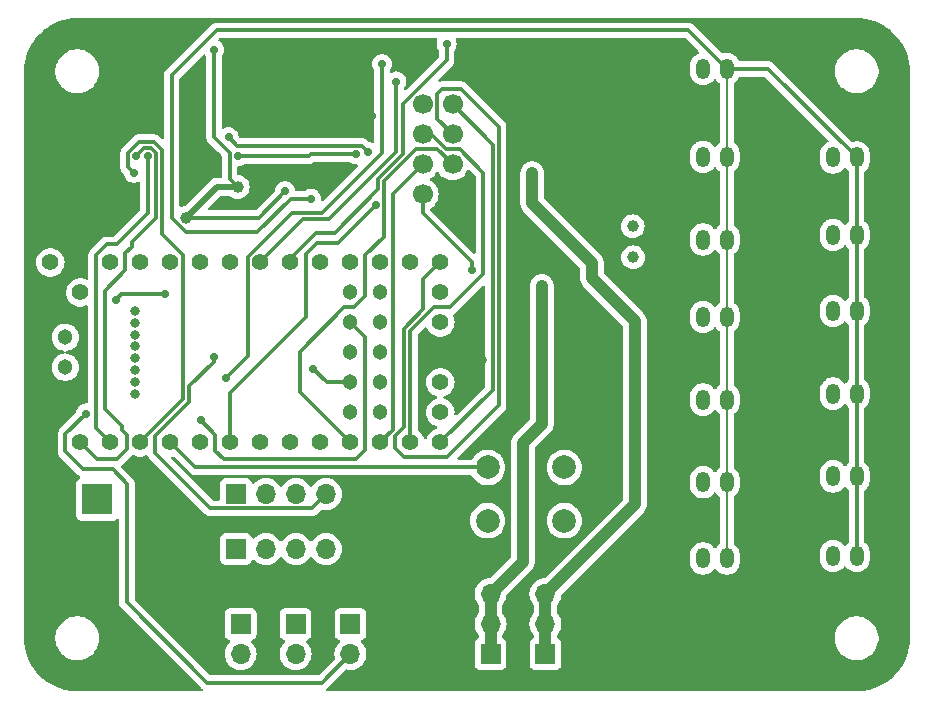
<source format=gbr>
%TF.GenerationSoftware,KiCad,Pcbnew,8.0.7*%
%TF.CreationDate,2024-12-26T23:36:22+07:00*%
%TF.ProjectId,Teensy4.0PCB,5465656e-7379-4342-9e30-5043422e6b69,rev?*%
%TF.SameCoordinates,Original*%
%TF.FileFunction,Copper,L4,Bot*%
%TF.FilePolarity,Positive*%
%FSLAX46Y46*%
G04 Gerber Fmt 4.6, Leading zero omitted, Abs format (unit mm)*
G04 Created by KiCad (PCBNEW 8.0.7) date 2024-12-26 23:36:22*
%MOMM*%
%LPD*%
G01*
G04 APERTURE LIST*
G04 Aperture macros list*
%AMRoundRect*
0 Rectangle with rounded corners*
0 $1 Rounding radius*
0 $2 $3 $4 $5 $6 $7 $8 $9 X,Y pos of 4 corners*
0 Add a 4 corners polygon primitive as box body*
4,1,4,$2,$3,$4,$5,$6,$7,$8,$9,$2,$3,0*
0 Add four circle primitives for the rounded corners*
1,1,$1+$1,$2,$3*
1,1,$1+$1,$4,$5*
1,1,$1+$1,$6,$7*
1,1,$1+$1,$8,$9*
0 Add four rect primitives between the rounded corners*
20,1,$1+$1,$2,$3,$4,$5,0*
20,1,$1+$1,$4,$5,$6,$7,0*
20,1,$1+$1,$6,$7,$8,$9,0*
20,1,$1+$1,$8,$9,$2,$3,0*%
G04 Aperture macros list end*
%TA.AperFunction,ComponentPad*%
%ADD10R,1.700000X1.700000*%
%TD*%
%TA.AperFunction,ComponentPad*%
%ADD11O,1.700000X1.700000*%
%TD*%
%TA.AperFunction,ComponentPad*%
%ADD12C,2.000000*%
%TD*%
%TA.AperFunction,ComponentPad*%
%ADD13RoundRect,0.250000X-0.350000X-0.625000X0.350000X-0.625000X0.350000X0.625000X-0.350000X0.625000X0*%
%TD*%
%TA.AperFunction,ComponentPad*%
%ADD14O,1.200000X1.750000*%
%TD*%
%TA.AperFunction,ComponentPad*%
%ADD15R,2.600000X2.600000*%
%TD*%
%TA.AperFunction,ComponentPad*%
%ADD16C,2.600000*%
%TD*%
%TA.AperFunction,ComponentPad*%
%ADD17C,1.700000*%
%TD*%
%TA.AperFunction,ComponentPad*%
%ADD18C,1.404000*%
%TD*%
%TA.AperFunction,ComponentPad*%
%ADD19C,1.304000*%
%TD*%
%TA.AperFunction,ComponentPad*%
%ADD20C,0.804000*%
%TD*%
%TA.AperFunction,ViaPad*%
%ADD21C,0.700000*%
%TD*%
%TA.AperFunction,ViaPad*%
%ADD22C,1.000000*%
%TD*%
%TA.AperFunction,Conductor*%
%ADD23C,0.200000*%
%TD*%
%TA.AperFunction,Conductor*%
%ADD24C,0.300000*%
%TD*%
%TA.AperFunction,Conductor*%
%ADD25C,1.000000*%
%TD*%
%TA.AperFunction,Conductor*%
%ADD26C,0.500000*%
%TD*%
G04 APERTURE END LIST*
D10*
%TO.P,3.3V,1,Pin_1*%
%TO.N,+3.3V*%
X153650000Y-120540000D03*
D11*
%TO.P,3.3V,2,Pin_2*%
X153650000Y-118000000D03*
%TO.P,3.3V,3,Pin_3*%
X153650000Y-115460000D03*
%TD*%
D12*
%TO.P,Button1,1,1*%
%TO.N,/button_pin*%
X148750000Y-104750000D03*
X155250000Y-104750000D03*
%TO.P,Button1,2,2*%
%TO.N,Net-(Button1-Pad2)*%
X148750000Y-109250000D03*
X155250000Y-109250000D03*
%TD*%
D10*
%TO.P,5V,1,Pin_1*%
%TO.N,+5V*%
X149000000Y-120540000D03*
D11*
%TO.P,5V,2,Pin_2*%
X149000000Y-118000000D03*
%TO.P,5V,3,Pin_3*%
X149000000Y-115460000D03*
%TD*%
D10*
%TO.P,GND,1,Pin_1*%
%TO.N,GND*%
X144350000Y-120540000D03*
D11*
%TO.P,GND,2,Pin_2*%
X144350000Y-118000000D03*
%TO.P,GND,3,Pin_3*%
X144350000Y-115460000D03*
%TD*%
D13*
%TO.P,servo11,1,Pin_1*%
%TO.N,GND*%
X165000000Y-71000000D03*
D14*
%TO.P,servo11,2,Pin_2*%
%TO.N,VCC*%
X167000000Y-71000000D03*
%TO.P,servo11,3,Pin_3*%
%TO.N,Net-(IC2-A2)*%
X169000000Y-71000000D03*
%TD*%
D15*
%TO.P,Main-Terminal1,1,Pin_1*%
%TO.N,VCC*%
X115695000Y-107455000D03*
D16*
%TO.P,Main-Terminal1,2,Pin_2*%
%TO.N,GND*%
X115695000Y-112535000D03*
%TD*%
D14*
%TO.P,servo10,3,Pin_3*%
%TO.N,Net-(IC2-A2)*%
X180000000Y-105500000D03*
%TO.P,servo10,2,Pin_2*%
%TO.N,VCC*%
X178000000Y-105500000D03*
D13*
%TO.P,servo10,1,Pin_1*%
%TO.N,GND*%
X176000000Y-105500000D03*
%TD*%
%TO.P,servo1,1,Pin_1*%
%TO.N,GND*%
X165000000Y-85450000D03*
D14*
%TO.P,servo1,2,Pin_2*%
%TO.N,VCC*%
X167000000Y-85450000D03*
%TO.P,servo1,3,Pin_3*%
%TO.N,Net-(IC2-A2)*%
X169000000Y-85450000D03*
%TD*%
D10*
%TO.P,S4,1,Pin_1*%
%TO.N,/serial_rx4*%
X132490000Y-117990000D03*
D11*
%TO.P,S4,2,Pin_2*%
%TO.N,/serial_tx4*%
X132490000Y-120530000D03*
%TD*%
D13*
%TO.P,servo9,1,Pin_1*%
%TO.N,GND*%
X165000000Y-112450000D03*
D14*
%TO.P,servo9,2,Pin_2*%
%TO.N,VCC*%
X167000000Y-112450000D03*
%TO.P,servo9,3,Pin_3*%
%TO.N,Net-(IC2-A2)*%
X169000000Y-112450000D03*
%TD*%
%TO.P,servo3,3,Pin_3*%
%TO.N,Net-(IC2-A2)*%
X180000000Y-85050000D03*
%TO.P,servo3,2,Pin_2*%
%TO.N,VCC*%
X178000000Y-85050000D03*
D13*
%TO.P,servo3,1,Pin_1*%
%TO.N,GND*%
X176000000Y-85050000D03*
%TD*%
D14*
%TO.P,servo7,3,Pin_3*%
%TO.N,Net-(IC2-A2)*%
X180000000Y-91500000D03*
%TO.P,servo7,2,Pin_2*%
%TO.N,VCC*%
X178000000Y-91500000D03*
D13*
%TO.P,servo7,1,Pin_1*%
%TO.N,GND*%
X176000000Y-91500000D03*
%TD*%
D14*
%TO.P,servo5,3,Pin_3*%
%TO.N,Net-(IC2-A2)*%
X180000000Y-98500000D03*
%TO.P,servo5,2,Pin_2*%
%TO.N,VCC*%
X178000000Y-98500000D03*
D13*
%TO.P,servo5,1,Pin_1*%
%TO.N,GND*%
X176000000Y-98500000D03*
%TD*%
%TO.P,servo8,1,Pin_1*%
%TO.N,GND*%
X165000000Y-99000000D03*
D14*
%TO.P,servo8,2,Pin_2*%
%TO.N,VCC*%
X167000000Y-99000000D03*
%TO.P,servo8,3,Pin_3*%
%TO.N,Net-(IC2-A2)*%
X169000000Y-99000000D03*
%TD*%
D13*
%TO.P,servo4,1,Pin_1*%
%TO.N,GND*%
X165000000Y-92000000D03*
D14*
%TO.P,servo4,2,Pin_2*%
%TO.N,VCC*%
X167000000Y-92000000D03*
%TO.P,servo4,3,Pin_3*%
%TO.N,Net-(IC2-A2)*%
X169000000Y-92000000D03*
%TD*%
D10*
%TO.P,S5,1,Pin_1*%
%TO.N,/serial_rx5*%
X137140000Y-117990000D03*
D11*
%TO.P,S5,2,Pin_2*%
%TO.N,/serial_tx5*%
X137140000Y-120530000D03*
%TD*%
D14*
%TO.P,servo2,3,Pin_3*%
%TO.N,Net-(IC2-A2)*%
X180000000Y-78500000D03*
%TO.P,servo2,2,Pin_2*%
%TO.N,VCC*%
X178000000Y-78500000D03*
D13*
%TO.P,servo2,1,Pin_1*%
%TO.N,GND*%
X176000000Y-78500000D03*
%TD*%
D10*
%TO.P,J2,1,Pin_1*%
%TO.N,Net-(J2-Pin_1)*%
X127460000Y-107000000D03*
D11*
%TO.P,J2,2,Pin_2*%
%TO.N,Net-(J2-Pin_2)*%
X130000000Y-107000000D03*
%TO.P,J2,3,Pin_3*%
%TO.N,Net-(J2-Pin_3)*%
X132540000Y-107000000D03*
%TO.P,J2,4,Pin_4*%
%TO.N,Net-(J2-Pin_4)*%
X135080000Y-107000000D03*
%TD*%
D10*
%TO.P,S3,1,Pin_1*%
%TO.N,/serial_rx3*%
X127840000Y-117990000D03*
D11*
%TO.P,S3,2,Pin_2*%
%TO.N,/serial_tx3*%
X127840000Y-120530000D03*
%TD*%
D13*
%TO.P,servo6,1,Pin_1*%
%TO.N,GND*%
X165000000Y-106000000D03*
D14*
%TO.P,servo6,2,Pin_2*%
%TO.N,VCC*%
X167000000Y-106000000D03*
%TO.P,servo6,3,Pin_3*%
%TO.N,Net-(IC2-A2)*%
X169000000Y-106000000D03*
%TD*%
D13*
%TO.P,servo13,1,Pin_1*%
%TO.N,GND*%
X165000000Y-78450000D03*
D14*
%TO.P,servo13,2,Pin_2*%
%TO.N,VCC*%
X167000000Y-78450000D03*
%TO.P,servo13,3,Pin_3*%
%TO.N,Net-(IC2-A2)*%
X169000000Y-78450000D03*
%TD*%
D10*
%TO.P,J1,1,Pin_1*%
%TO.N,Net-(J1-Pin_1)*%
X127460000Y-111650000D03*
D11*
%TO.P,J1,2,Pin_2*%
%TO.N,Net-(J1-Pin_2)*%
X130000000Y-111650000D03*
%TO.P,J1,3,Pin_3*%
%TO.N,Net-(J1-Pin_3)*%
X132540000Y-111650000D03*
%TO.P,J1,4,Pin_4*%
%TO.N,Net-(J1-Pin_4)*%
X135080000Y-111650000D03*
%TD*%
D14*
%TO.P,servo12,3,Pin_3*%
%TO.N,Net-(IC2-A2)*%
X180000000Y-112250000D03*
%TO.P,servo12,2,Pin_2*%
%TO.N,VCC*%
X178000000Y-112250000D03*
D13*
%TO.P,servo12,1,Pin_1*%
%TO.N,GND*%
X176000000Y-112250000D03*
%TD*%
D10*
%TO.P,U2,1,GND*%
%TO.N,GND*%
X145789500Y-81625000D03*
D17*
%TO.P,U2,2,VCC*%
%TO.N,+3.3V*%
X143249500Y-81625000D03*
%TO.P,U2,3,CE*%
%TO.N,/NRF_CE*%
X145789500Y-79085000D03*
%TO.P,U2,4,~{CSN}*%
%TO.N,/NRF_CS*%
X143249500Y-79085000D03*
%TO.P,U2,5,SCK*%
%TO.N,/NRF_SCK*%
X145789500Y-76545000D03*
%TO.P,U2,6,MOSI*%
%TO.N,/NRF_MOSI*%
X143249500Y-76545000D03*
%TO.P,U2,7,MISO*%
%TO.N,/NRF_MISO*%
X145789500Y-74005000D03*
%TO.P,U2,8,IRQ*%
%TO.N,unconnected-(U2-IRQ-Pad8)*%
X143249500Y-74005000D03*
%TD*%
D18*
%TO.P,U1,1,GND*%
%TO.N,GND*%
X111725000Y-102620000D03*
%TO.P,U1,2,0_RX1_CRX2_CS1*%
%TO.N,/servo_rx1*%
X114265000Y-102620000D03*
%TO.P,U1,3,1_TX1_CTX2_MISO1*%
%TO.N,/servo_tx1*%
X116805000Y-102620000D03*
%TO.P,U1,4,2_OUT2*%
%TO.N,/servo_dir*%
X119345000Y-102620000D03*
%TO.P,U1,5,3_LRCLK2*%
%TO.N,/button_pin*%
X121885000Y-102620000D03*
%TO.P,U1,6,4_BCLK2*%
%TO.N,unconnected-(U1-4_BCLK2-Pad6)*%
X124425000Y-102620000D03*
%TO.P,U1,7,5_IN2*%
%TO.N,/BNO_RESET*%
X126965000Y-102620000D03*
%TO.P,U1,8,6_OUT1D*%
%TO.N,/BNO_INT*%
X129505000Y-102620000D03*
%TO.P,U1,9,7_RX2_OUT1A*%
%TO.N,unconnected-(U1-7_RX2_OUT1A-Pad9)*%
X132045000Y-102620000D03*
%TO.P,U1,10,8_TX2_IN1*%
%TO.N,unconnected-(U1-8_TX2_IN1-Pad10)*%
X134585000Y-102620000D03*
%TO.P,U1,11,9_OUT1C*%
%TO.N,/NRF_CE*%
X137125000Y-102620000D03*
%TO.P,U1,12,10_CS_MQSR*%
%TO.N,/NRF_CS*%
X139665000Y-102620000D03*
%TO.P,U1,13,11_MOSI_CTX1*%
%TO.N,/NRF_MOSI*%
X142205000Y-102620000D03*
%TO.P,U1,14,12_MISO_MQSL*%
%TO.N,/NRF_MISO*%
X144745000Y-102620000D03*
%TO.P,U1,15,VBAT*%
%TO.N,unconnected-(U1-VBAT-Pad15)*%
X144745000Y-100080000D03*
%TO.P,U1,16,3V3*%
%TO.N,unconnected-(U1-3V3-Pad16)*%
X144745000Y-97540000D03*
%TO.P,U1,17,GND*%
%TO.N,GND*%
X144745000Y-95000000D03*
%TO.P,U1,18,PROGRAM*%
%TO.N,unconnected-(U1-PROGRAM-Pad18)*%
X144745000Y-92460000D03*
%TO.P,U1,19,ON_OFF*%
%TO.N,unconnected-(U1-ON_OFF-Pad19)*%
X144745000Y-89920000D03*
%TO.P,U1,20,13_SCK_CRX1_LED*%
%TO.N,/NRF_SCK*%
X144745000Y-87380000D03*
%TO.P,U1,21,14_A0_TX3_SPDIF_OUT*%
%TO.N,/serial_rx3*%
X142205000Y-87380000D03*
%TO.P,U1,22,15_A1_RX3_SPDIF_IN*%
%TO.N,/serial_tx3*%
X139665000Y-87380000D03*
%TO.P,U1,23,16_A2_RX4_SCL1*%
%TO.N,/serial_rx4*%
X137125000Y-87380000D03*
%TO.P,U1,24,17_A3_TX4_SDA1*%
%TO.N,/serial_tx4*%
X134585000Y-87380000D03*
%TO.P,U1,25,18_A4_SDA0*%
%TO.N,/SDA*%
X132045000Y-87380000D03*
%TO.P,U1,26,19_A5_SCL0*%
%TO.N,/SCL*%
X129505000Y-87380000D03*
%TO.P,U1,27,20_A6_TX5_LRCLK1*%
%TO.N,/serial_rx5*%
X126965000Y-87380000D03*
%TO.P,U1,28,21_A7_RX5_BCLK1*%
%TO.N,/serial_tx5*%
X124425000Y-87380000D03*
%TO.P,U1,29,22_A8_CTX1*%
%TO.N,unconnected-(U1-22_A8_CTX1-Pad29)*%
X121885000Y-87380000D03*
%TO.P,U1,30,23_A9_CRX1_MCLK1*%
%TO.N,unconnected-(U1-23_A9_CRX1_MCLK1-Pad30)*%
X119345000Y-87380000D03*
%TO.P,U1,31,3V3*%
%TO.N,unconnected-(U1-3V3-Pad31)*%
X116805000Y-87380000D03*
%TO.P,U1,32,GND*%
%TO.N,GND*%
X114265000Y-87380000D03*
%TO.P,U1,33,VIN*%
%TO.N,+5V*%
X111725000Y-87380000D03*
%TO.P,U1,34,VUSB*%
%TO.N,unconnected-(U1-VUSB-Pad34)*%
X114265000Y-89920000D03*
D19*
%TO.P,U1,35,24_A10_TX6_SCL2*%
%TO.N,Net-(J1-Pin_1)*%
X139665000Y-89920000D03*
%TO.P,U1,36,25_A11_RX6_SDA2*%
%TO.N,Net-(J1-Pin_2)*%
X137125000Y-89920000D03*
%TO.P,U1,37,26_A12_MOSI1*%
%TO.N,Net-(J1-Pin_3)*%
X139665000Y-92460000D03*
%TO.P,U1,38,27_A13_SCK1*%
%TO.N,Net-(J1-Pin_4)*%
X137125000Y-92460000D03*
%TO.P,U1,39,28_RX7*%
%TO.N,Net-(J2-Pin_1)*%
X139665000Y-95000000D03*
%TO.P,U1,40,29_TX7*%
%TO.N,Net-(J2-Pin_2)*%
X137125000Y-95000000D03*
%TO.P,U1,41,30_CRX3*%
%TO.N,Net-(J2-Pin_3)*%
X139665000Y-97540000D03*
%TO.P,U1,42,31_CTX3*%
%TO.N,Net-(J2-Pin_4)*%
X137125000Y-97540000D03*
%TO.P,U1,43,32_OUT1B*%
%TO.N,unconnected-(U1-32_OUT1B-Pad43)*%
X139665000Y-100080000D03*
%TO.P,U1,44,33_MCLK2*%
%TO.N,unconnected-(U1-33_MCLK2-Pad44)*%
X137125000Y-100080000D03*
D20*
%TO.P,U1,45,34_DAT1_MISO2*%
%TO.N,unconnected-(U1-34_DAT1_MISO2-Pad45)*%
X118863400Y-91500000D03*
%TO.P,U1,46,35_DAT0_MOSI2*%
%TO.N,unconnected-(U1-35_DAT0_MOSI2-Pad46)*%
X118863400Y-92500000D03*
%TO.P,U1,47,GND*%
%TO.N,unconnected-(U1-GND-Pad47)*%
X118863400Y-93500000D03*
%TO.P,U1,48,36_CLK_CS2*%
%TO.N,unconnected-(U1-36_CLK_CS2-Pad48)*%
X118863400Y-94500000D03*
%TO.P,U1,49,3V3*%
%TO.N,unconnected-(U1-3V3-Pad49)*%
X118863400Y-95500000D03*
%TO.P,U1,50,37_CMD_SCK2*%
%TO.N,unconnected-(U1-37_CMD_SCK2-Pad50)*%
X118863400Y-96500000D03*
%TO.P,U1,51,38_DAT3_RX5*%
%TO.N,unconnected-(U1-38_DAT3_RX5-Pad51)*%
X118863400Y-97500000D03*
%TO.P,U1,52,39_DAT2_TX5*%
%TO.N,unconnected-(U1-39_DAT2_TX5-Pad52)*%
X118863400Y-98500000D03*
D19*
%TO.P,U1,53,D-*%
%TO.N,unconnected-(U1-D--Pad53)*%
X112995000Y-93730000D03*
%TO.P,U1,54,D+*%
%TO.N,unconnected-(U1-D+-Pad54)*%
X112995000Y-96270000D03*
%TD*%
D21*
%TO.N,+3.3V*%
X147400000Y-88000000D03*
D22*
X152530000Y-79830000D03*
D21*
%TO.N,+5V*%
X131620000Y-81360000D03*
D22*
X123200000Y-83600000D03*
X127600000Y-81000000D03*
X153330000Y-89380000D03*
D21*
X125600000Y-69400000D03*
D22*
%TO.N,VCC*%
X161070000Y-86960000D03*
X161030000Y-84320000D03*
D21*
%TO.N,/servo_tx1*%
X120000000Y-78400000D03*
%TO.N,Net-(IC1-B2)*%
X137600000Y-78200000D03*
X127600000Y-78400000D03*
%TO.N,/servo_dir*%
X118800000Y-79800000D03*
%TO.N,Net-(IC1-B3)*%
X138600000Y-78000000D03*
X126823020Y-76802194D03*
%TO.N,/servo_rx1*%
X119000000Y-78400000D03*
%TO.N,Net-(IC2-A2)*%
X133780000Y-82010000D03*
%TO.N,Net-(J1-Pin_4)*%
X124445000Y-100735000D03*
%TO.N,Net-(J2-Pin_4)*%
X134010000Y-96430000D03*
X125554975Y-95380000D03*
%TO.N,/BNO_RESET*%
X139287500Y-82512500D03*
%TO.N,/SDA*%
X145280000Y-68860000D03*
%TO.N,/SCL*%
X141020000Y-72070000D03*
%TO.N,/serial_tx5*%
X114760000Y-100180000D03*
%TO.N,/serial_rx5*%
X117290000Y-90550000D03*
X121440000Y-90100000D03*
%TO.N,/BNO_INT*%
X126600000Y-97200000D03*
X139800000Y-70600000D03*
%TO.N,GND*%
X125800000Y-78400000D03*
X139000000Y-75000000D03*
D22*
X157620000Y-82440000D03*
D21*
X129600000Y-73200000D03*
X140200000Y-69000000D03*
D22*
X159030000Y-101390000D03*
X148150000Y-95680000D03*
X116750000Y-84750000D03*
D21*
X131800000Y-79400000D03*
X159200000Y-105800000D03*
D22*
X159000000Y-73890000D03*
%TD*%
D23*
%TO.N,Net-(IC2-A2)*%
X169000000Y-112450000D02*
X169000000Y-71000000D01*
D24*
X180000000Y-78500000D02*
X180000000Y-112250000D01*
X169000000Y-71000000D02*
X172500000Y-71000000D01*
X172500000Y-71000000D02*
X180000000Y-78500000D01*
X165740000Y-67740000D02*
X169000000Y-71000000D01*
%TO.N,+3.3V*%
X147400000Y-87380000D02*
X147400000Y-88000000D01*
D25*
X161230000Y-107880000D02*
X153650000Y-115460000D01*
D24*
X143249500Y-83229500D02*
X147400000Y-87380000D01*
D25*
X152530000Y-82390000D02*
X157597057Y-87457057D01*
D24*
X147400000Y-88000000D02*
X147260000Y-88000000D01*
X143249500Y-81625000D02*
X143249500Y-83229500D01*
D25*
X157597057Y-87457057D02*
X157597057Y-88747057D01*
X153650000Y-115460000D02*
X153650000Y-120540000D01*
X152530000Y-79830000D02*
X152530000Y-82390000D01*
X157597057Y-88747057D02*
X161230000Y-92380000D01*
X161230000Y-92380000D02*
X161230000Y-107880000D01*
%TO.N,+5V*%
X149000000Y-115460000D02*
X149000000Y-120540000D01*
X153330000Y-89380000D02*
X153360000Y-89410000D01*
D26*
X127600000Y-81000000D02*
X125800000Y-81000000D01*
D24*
X126900000Y-78110050D02*
X126900000Y-80300000D01*
X125600000Y-69400000D02*
X125600000Y-76810050D01*
D25*
X151750000Y-112710000D02*
X149000000Y-115460000D01*
D26*
X125800000Y-81000000D02*
X123200000Y-83600000D01*
D24*
X126900000Y-80300000D02*
X127600000Y-81000000D01*
D25*
X153360000Y-101050000D02*
X151750000Y-102660000D01*
D24*
X129380000Y-83600000D02*
X123200000Y-83600000D01*
D25*
X153360000Y-89410000D02*
X153360000Y-101050000D01*
D24*
X125600000Y-76810050D02*
X126900000Y-78110050D01*
D25*
X151750000Y-102660000D02*
X151750000Y-112710000D01*
D24*
X131620000Y-81360000D02*
X129380000Y-83600000D01*
%TO.N,/servo_tx1*%
X120000000Y-83202082D02*
X117352082Y-85850000D01*
X116550000Y-85850000D02*
X115600000Y-86800000D01*
X117352082Y-85850000D02*
X116550000Y-85850000D01*
X115600000Y-101415000D02*
X116805000Y-102620000D01*
X120000000Y-78400000D02*
X120000000Y-83202082D01*
X115600000Y-86800000D02*
X115600000Y-101415000D01*
%TO.N,Net-(IC1-B2)*%
X133600000Y-78400000D02*
X133800000Y-78200000D01*
X133800000Y-78200000D02*
X137600000Y-78200000D01*
X127600000Y-78400000D02*
X133600000Y-78400000D01*
%TO.N,/servo_dir*%
X123000000Y-86800000D02*
X123000000Y-98965000D01*
X118300000Y-79300000D02*
X118300000Y-78110050D01*
X118300000Y-78110050D02*
X119210050Y-77200000D01*
X121200000Y-77902943D02*
X121200000Y-85000000D01*
X120497057Y-77200000D02*
X121200000Y-77902943D01*
X123000000Y-98965000D02*
X119345000Y-102620000D01*
X119210050Y-77200000D02*
X120497057Y-77200000D01*
X121200000Y-85000000D02*
X123000000Y-86800000D01*
X118800000Y-79800000D02*
X118300000Y-79300000D01*
%TO.N,Net-(IC1-B3)*%
X127530826Y-77510000D02*
X137300050Y-77510000D01*
X137310050Y-77500000D02*
X138100000Y-77500000D01*
X138100000Y-77500000D02*
X138600000Y-78000000D01*
X126823020Y-76802194D02*
X127530826Y-77510000D01*
X137300050Y-77510000D02*
X137310050Y-77500000D01*
%TO.N,/servo_rx1*%
X116350000Y-99790000D02*
X117800000Y-101240000D01*
X118620000Y-85700000D02*
X118620000Y-86040000D01*
X118620000Y-86040000D02*
X118070000Y-86590000D01*
X117800000Y-101240000D02*
X117800000Y-101600000D01*
X115645000Y-104000000D02*
X114265000Y-102620000D01*
X118070000Y-88050000D02*
X116350000Y-89770000D01*
X120289950Y-77700000D02*
X120700000Y-78110050D01*
X118070000Y-86590000D02*
X118070000Y-88050000D01*
X117800000Y-101600000D02*
X118200000Y-102000000D01*
X119700000Y-77700000D02*
X120289950Y-77700000D01*
X119000000Y-78400000D02*
X119700000Y-77700000D01*
X120700000Y-83620000D02*
X118620000Y-85700000D01*
X118200000Y-102000000D02*
X118200000Y-103200000D01*
X116350000Y-89770000D02*
X116350000Y-99790000D01*
X118200000Y-103200000D02*
X117400000Y-104000000D01*
X120700000Y-78110050D02*
X120700000Y-83620000D01*
X117400000Y-104000000D02*
X115645000Y-104000000D01*
%TO.N,Net-(IC2-A2)*%
X122010000Y-83612082D02*
X122010000Y-71530000D01*
X122010000Y-71530000D02*
X125800000Y-67740000D01*
X129230000Y-84850000D02*
X123247918Y-84850000D01*
X123247918Y-84850000D02*
X122010000Y-83612082D01*
X125800000Y-67740000D02*
X165740000Y-67740000D01*
X132070000Y-82010000D02*
X129230000Y-84850000D01*
X133780000Y-82010000D02*
X132070000Y-82010000D01*
%TO.N,Net-(J1-Pin_4)*%
X137590000Y-104040000D02*
X138380000Y-103250000D01*
X124445000Y-100735000D02*
X125700000Y-101990000D01*
X126400000Y-104040000D02*
X137590000Y-104040000D01*
X125700000Y-103340000D02*
X126400000Y-104040000D01*
X138380000Y-103250000D02*
X138380000Y-93715000D01*
X138380000Y-93715000D02*
X137125000Y-92460000D01*
X125700000Y-101990000D02*
X125700000Y-103340000D01*
%TO.N,Net-(J2-Pin_4)*%
X120580000Y-102092106D02*
X120580000Y-103510000D01*
X120580000Y-103510000D02*
X125270000Y-108200000D01*
X125554975Y-95380000D02*
X125554975Y-95835025D01*
X125270000Y-108200000D02*
X133880000Y-108200000D01*
X137125000Y-97540000D02*
X135120000Y-97540000D01*
X135120000Y-97540000D02*
X134010000Y-96430000D01*
X125554975Y-95835025D02*
X123500000Y-97890000D01*
X123500000Y-99172106D02*
X120580000Y-102092106D01*
X123500000Y-97890000D02*
X123500000Y-99172106D01*
X133880000Y-108200000D02*
X135080000Y-107000000D01*
%TO.N,/BNO_RESET*%
X126965000Y-98435000D02*
X126965000Y-102620000D01*
X139287500Y-82512500D02*
X136080000Y-85720000D01*
X134330623Y-85720000D02*
X133360000Y-86690623D01*
X133360000Y-92040000D02*
X126965000Y-98435000D01*
X136080000Y-85720000D02*
X134330623Y-85720000D01*
X133360000Y-86690623D02*
X133360000Y-92040000D01*
%TO.N,/SDA*%
X139500000Y-80292894D02*
X139500000Y-81210000D01*
X134240000Y-84900000D02*
X132045000Y-87095000D01*
X132045000Y-87095000D02*
X132045000Y-87380000D01*
X139500000Y-81210000D02*
X135810000Y-84900000D01*
X145280000Y-70277443D02*
X141620000Y-73937443D01*
X141620000Y-78172894D02*
X139500000Y-80292894D01*
X135810000Y-84900000D02*
X134240000Y-84900000D01*
X145280000Y-68860000D02*
X145280000Y-70277443D01*
X141620000Y-73937443D02*
X141620000Y-78172894D01*
%TO.N,/SCL*%
X141020000Y-78065787D02*
X135350000Y-83735787D01*
X133149213Y-83735787D02*
X129505000Y-87380000D01*
X141020000Y-72070000D02*
X141020000Y-78065787D01*
X135350000Y-83735787D02*
X133149213Y-83735787D01*
%TO.N,/serial_tx5*%
X113000000Y-101940000D02*
X113000000Y-103380000D01*
X118210000Y-106110000D02*
X117000000Y-104900000D01*
X114760000Y-100180000D02*
X113000000Y-101940000D01*
X113000000Y-103380000D02*
X114520000Y-104900000D01*
X125000000Y-122970000D02*
X118210000Y-116180000D01*
X118210000Y-116180000D02*
X118210000Y-106110000D01*
X114520000Y-104900000D02*
X117000000Y-104900000D01*
X137140000Y-120530000D02*
X134700000Y-122970000D01*
X134700000Y-122970000D02*
X125000000Y-122970000D01*
%TO.N,/serial_rx5*%
X117740000Y-90100000D02*
X121440000Y-90100000D01*
X117290000Y-90550000D02*
X117740000Y-90100000D01*
%TO.N,/NRF_CS*%
X140717000Y-81617500D02*
X140717000Y-101568000D01*
X143249500Y-79085000D02*
X140717000Y-81617500D01*
X140717000Y-101568000D02*
X139665000Y-102620000D01*
%TO.N,/NRF_SCK*%
X141705000Y-101295000D02*
X141705000Y-92987893D01*
X145789500Y-76545000D02*
X144500000Y-75255500D01*
X140900000Y-103100000D02*
X140900000Y-102100000D01*
X140900000Y-102100000D02*
X141705000Y-101295000D01*
X144500000Y-73100000D02*
X144900000Y-72700000D01*
X145300000Y-103900000D02*
X141700000Y-103900000D01*
X143320000Y-91372893D02*
X143320000Y-88805000D01*
X141700000Y-103900000D02*
X140900000Y-103100000D01*
X141705000Y-92987893D02*
X143320000Y-91372893D01*
X144900000Y-72700000D02*
X146500000Y-72700000D01*
X143320000Y-88805000D02*
X144745000Y-87380000D01*
X144500000Y-75255500D02*
X144500000Y-73100000D01*
X149700000Y-99500000D02*
X145300000Y-103900000D01*
X149700000Y-75900000D02*
X149700000Y-99500000D01*
X146500000Y-72700000D02*
X149700000Y-75900000D01*
%TO.N,/BNO_INT*%
X128453000Y-86944247D02*
X128453000Y-95347000D01*
X128453000Y-95347000D02*
X126600000Y-97200000D01*
X139800000Y-70600000D02*
X139800000Y-78137247D01*
X134701460Y-83235787D02*
X132161460Y-83235787D01*
X132161460Y-83235787D02*
X128453000Y-86944247D01*
X139800000Y-78137247D02*
X134701460Y-83235787D01*
%TO.N,/NRF_MOSI*%
X143249500Y-76545000D02*
X143956606Y-76545000D01*
X142205000Y-93195000D02*
X142205000Y-102620000D01*
X145211606Y-77800000D02*
X146400000Y-77800000D01*
X145600000Y-91200000D02*
X144200000Y-91200000D01*
X148400000Y-79800000D02*
X148400000Y-88400000D01*
X144200000Y-91200000D02*
X142205000Y-93195000D01*
X146400000Y-77800000D02*
X148400000Y-79800000D01*
X148400000Y-88400000D02*
X145600000Y-91200000D01*
X143956606Y-76545000D02*
X145211606Y-77800000D01*
%TO.N,/NRF_CE*%
X136600000Y-91200000D02*
X132840000Y-94960000D01*
X145789500Y-79085000D02*
X144504500Y-77800000D01*
X142700000Y-77800000D02*
X140000000Y-80500000D01*
X132840000Y-98335000D02*
X137125000Y-102620000D01*
X138400000Y-86800000D02*
X138400000Y-90258000D01*
X132840000Y-94960000D02*
X132840000Y-98335000D01*
X140000000Y-80500000D02*
X140000000Y-85200000D01*
X140000000Y-85200000D02*
X138400000Y-86800000D01*
X144504500Y-77800000D02*
X142700000Y-77800000D01*
X138400000Y-90258000D02*
X137458000Y-91200000D01*
X137458000Y-91200000D02*
X136600000Y-91200000D01*
%TO.N,/NRF_MISO*%
X149200000Y-98165000D02*
X144745000Y-102620000D01*
X149200000Y-77415500D02*
X149200000Y-98165000D01*
X145789500Y-74005000D02*
X149200000Y-77415500D01*
%TO.N,/button_pin*%
X148750000Y-104750000D02*
X124015000Y-104750000D01*
X124015000Y-104750000D02*
X121885000Y-102620000D01*
%TD*%
%TA.AperFunction,Conductor*%
%TO.N,GND*%
G36*
X180002702Y-66700617D02*
G01*
X180386771Y-66717386D01*
X180397506Y-66718326D01*
X180775971Y-66768152D01*
X180786597Y-66770025D01*
X181159284Y-66852648D01*
X181169710Y-66855442D01*
X181533765Y-66970227D01*
X181543911Y-66973920D01*
X181896578Y-67120000D01*
X181906369Y-67124566D01*
X182244942Y-67300816D01*
X182254310Y-67306224D01*
X182576244Y-67511318D01*
X182585105Y-67517523D01*
X182887930Y-67749889D01*
X182896217Y-67756843D01*
X183177635Y-68014715D01*
X183185284Y-68022364D01*
X183443156Y-68303782D01*
X183450110Y-68312069D01*
X183682476Y-68614894D01*
X183688681Y-68623755D01*
X183893775Y-68945689D01*
X183899183Y-68955057D01*
X184075430Y-69293623D01*
X184080002Y-69303427D01*
X184226075Y-69656078D01*
X184229775Y-69666244D01*
X184344554Y-70030278D01*
X184347354Y-70040727D01*
X184429971Y-70413389D01*
X184431849Y-70424042D01*
X184481671Y-70802473D01*
X184482614Y-70813249D01*
X184499382Y-71197297D01*
X184499500Y-71202706D01*
X184499500Y-119197293D01*
X184499382Y-119202702D01*
X184482614Y-119586750D01*
X184481671Y-119597526D01*
X184431849Y-119975957D01*
X184429971Y-119986610D01*
X184347354Y-120359272D01*
X184344554Y-120369721D01*
X184229775Y-120733755D01*
X184226075Y-120743921D01*
X184080002Y-121096572D01*
X184075430Y-121106376D01*
X183899183Y-121444942D01*
X183893775Y-121454310D01*
X183688681Y-121776244D01*
X183682476Y-121785105D01*
X183450110Y-122087930D01*
X183443156Y-122096217D01*
X183185284Y-122377635D01*
X183177635Y-122385284D01*
X182896217Y-122643156D01*
X182887930Y-122650110D01*
X182585105Y-122882476D01*
X182576244Y-122888681D01*
X182254310Y-123093775D01*
X182244942Y-123099183D01*
X181906376Y-123275430D01*
X181896572Y-123280002D01*
X181543921Y-123426075D01*
X181533755Y-123429775D01*
X181169721Y-123544554D01*
X181159272Y-123547354D01*
X180786610Y-123629971D01*
X180775957Y-123631849D01*
X180397526Y-123681671D01*
X180386750Y-123682614D01*
X180002703Y-123699382D01*
X179997294Y-123699500D01*
X135187868Y-123699500D01*
X135120829Y-123679815D01*
X135075074Y-123627011D01*
X135065130Y-123557853D01*
X135094155Y-123494297D01*
X135110542Y-123479841D01*
X135109965Y-123479137D01*
X135114663Y-123475280D01*
X135114669Y-123475277D01*
X136712238Y-121877706D01*
X136773559Y-121844223D01*
X136832006Y-121845613D01*
X136904592Y-121865063D01*
X137092918Y-121881539D01*
X137139999Y-121885659D01*
X137140000Y-121885659D01*
X137140001Y-121885659D01*
X137179234Y-121882226D01*
X137375408Y-121865063D01*
X137603663Y-121803903D01*
X137817830Y-121704035D01*
X138011401Y-121568495D01*
X138178495Y-121401401D01*
X138314035Y-121207830D01*
X138413903Y-120993663D01*
X138475063Y-120765408D01*
X138495659Y-120530000D01*
X138475063Y-120294592D01*
X138413903Y-120066337D01*
X138314035Y-119852171D01*
X138178495Y-119658599D01*
X138056567Y-119536671D01*
X138023084Y-119475351D01*
X138028068Y-119405659D01*
X138069939Y-119349725D01*
X138100915Y-119332810D01*
X138232331Y-119283796D01*
X138347546Y-119197546D01*
X138433796Y-119082331D01*
X138484091Y-118947483D01*
X138490500Y-118887873D01*
X138490499Y-117092128D01*
X138484091Y-117032517D01*
X138433796Y-116897669D01*
X138433795Y-116897668D01*
X138433793Y-116897664D01*
X138347547Y-116782455D01*
X138347544Y-116782452D01*
X138232335Y-116696206D01*
X138232328Y-116696202D01*
X138097482Y-116645908D01*
X138097483Y-116645908D01*
X138037883Y-116639501D01*
X138037881Y-116639500D01*
X138037873Y-116639500D01*
X138037864Y-116639500D01*
X136242129Y-116639500D01*
X136242123Y-116639501D01*
X136182516Y-116645908D01*
X136047671Y-116696202D01*
X136047664Y-116696206D01*
X135932455Y-116782452D01*
X135932452Y-116782455D01*
X135846206Y-116897664D01*
X135846202Y-116897671D01*
X135795908Y-117032517D01*
X135792352Y-117065599D01*
X135789501Y-117092123D01*
X135789500Y-117092135D01*
X135789500Y-118887870D01*
X135789501Y-118887876D01*
X135795908Y-118947483D01*
X135846202Y-119082328D01*
X135846206Y-119082335D01*
X135932452Y-119197544D01*
X135932455Y-119197547D01*
X136047664Y-119283793D01*
X136047671Y-119283797D01*
X136179081Y-119332810D01*
X136235015Y-119374681D01*
X136259432Y-119440145D01*
X136244580Y-119508418D01*
X136223430Y-119536673D01*
X136101503Y-119658600D01*
X135965965Y-119852169D01*
X135965964Y-119852171D01*
X135866098Y-120066335D01*
X135866094Y-120066344D01*
X135804938Y-120294586D01*
X135804936Y-120294596D01*
X135784341Y-120529999D01*
X135784341Y-120530000D01*
X135804936Y-120765403D01*
X135804939Y-120765416D01*
X135824384Y-120837989D01*
X135822721Y-120907839D01*
X135792290Y-120957762D01*
X134466873Y-122283181D01*
X134405550Y-122316666D01*
X134379192Y-122319500D01*
X125320808Y-122319500D01*
X125253769Y-122299815D01*
X125233127Y-122283181D01*
X123479945Y-120529999D01*
X126484341Y-120529999D01*
X126484341Y-120530000D01*
X126504936Y-120765403D01*
X126504938Y-120765413D01*
X126566094Y-120993655D01*
X126566096Y-120993659D01*
X126566097Y-120993663D01*
X126618656Y-121106376D01*
X126665965Y-121207830D01*
X126665967Y-121207834D01*
X126774281Y-121362521D01*
X126801505Y-121401401D01*
X126968599Y-121568495D01*
X127039108Y-121617866D01*
X127162165Y-121704032D01*
X127162167Y-121704033D01*
X127162170Y-121704035D01*
X127376337Y-121803903D01*
X127604592Y-121865063D01*
X127792918Y-121881539D01*
X127839999Y-121885659D01*
X127840000Y-121885659D01*
X127840001Y-121885659D01*
X127879234Y-121882226D01*
X128075408Y-121865063D01*
X128303663Y-121803903D01*
X128517830Y-121704035D01*
X128711401Y-121568495D01*
X128878495Y-121401401D01*
X129014035Y-121207830D01*
X129113903Y-120993663D01*
X129175063Y-120765408D01*
X129195659Y-120530000D01*
X129195659Y-120529999D01*
X131134341Y-120529999D01*
X131134341Y-120530000D01*
X131154936Y-120765403D01*
X131154938Y-120765413D01*
X131216094Y-120993655D01*
X131216096Y-120993659D01*
X131216097Y-120993663D01*
X131268656Y-121106376D01*
X131315965Y-121207830D01*
X131315967Y-121207834D01*
X131424281Y-121362521D01*
X131451505Y-121401401D01*
X131618599Y-121568495D01*
X131689108Y-121617866D01*
X131812165Y-121704032D01*
X131812167Y-121704033D01*
X131812170Y-121704035D01*
X132026337Y-121803903D01*
X132254592Y-121865063D01*
X132442918Y-121881539D01*
X132489999Y-121885659D01*
X132490000Y-121885659D01*
X132490001Y-121885659D01*
X132529234Y-121882226D01*
X132725408Y-121865063D01*
X132953663Y-121803903D01*
X133167830Y-121704035D01*
X133361401Y-121568495D01*
X133528495Y-121401401D01*
X133664035Y-121207830D01*
X133763903Y-120993663D01*
X133825063Y-120765408D01*
X133845659Y-120530000D01*
X133825063Y-120294592D01*
X133763903Y-120066337D01*
X133664035Y-119852171D01*
X133528495Y-119658599D01*
X133406567Y-119536671D01*
X133373084Y-119475351D01*
X133378068Y-119405659D01*
X133419939Y-119349725D01*
X133450915Y-119332810D01*
X133582331Y-119283796D01*
X133697546Y-119197546D01*
X133783796Y-119082331D01*
X133834091Y-118947483D01*
X133840500Y-118887873D01*
X133840499Y-117092128D01*
X133834091Y-117032517D01*
X133783796Y-116897669D01*
X133783795Y-116897668D01*
X133783793Y-116897664D01*
X133697547Y-116782455D01*
X133697544Y-116782452D01*
X133582335Y-116696206D01*
X133582328Y-116696202D01*
X133447482Y-116645908D01*
X133447483Y-116645908D01*
X133387883Y-116639501D01*
X133387881Y-116639500D01*
X133387873Y-116639500D01*
X133387864Y-116639500D01*
X131592129Y-116639500D01*
X131592123Y-116639501D01*
X131532516Y-116645908D01*
X131397671Y-116696202D01*
X131397664Y-116696206D01*
X131282455Y-116782452D01*
X131282452Y-116782455D01*
X131196206Y-116897664D01*
X131196202Y-116897671D01*
X131145908Y-117032517D01*
X131142352Y-117065599D01*
X131139501Y-117092123D01*
X131139500Y-117092135D01*
X131139500Y-118887870D01*
X131139501Y-118887876D01*
X131145908Y-118947483D01*
X131196202Y-119082328D01*
X131196206Y-119082335D01*
X131282452Y-119197544D01*
X131282455Y-119197547D01*
X131397664Y-119283793D01*
X131397671Y-119283797D01*
X131529081Y-119332810D01*
X131585015Y-119374681D01*
X131609432Y-119440145D01*
X131594580Y-119508418D01*
X131573430Y-119536673D01*
X131451503Y-119658600D01*
X131315965Y-119852169D01*
X131315964Y-119852171D01*
X131216098Y-120066335D01*
X131216094Y-120066344D01*
X131154938Y-120294586D01*
X131154936Y-120294596D01*
X131134341Y-120529999D01*
X129195659Y-120529999D01*
X129175063Y-120294592D01*
X129113903Y-120066337D01*
X129014035Y-119852171D01*
X128878495Y-119658599D01*
X128756567Y-119536671D01*
X128723084Y-119475351D01*
X128728068Y-119405659D01*
X128769939Y-119349725D01*
X128800915Y-119332810D01*
X128932331Y-119283796D01*
X129047546Y-119197546D01*
X129133796Y-119082331D01*
X129184091Y-118947483D01*
X129190500Y-118887873D01*
X129190499Y-117092128D01*
X129184091Y-117032517D01*
X129133796Y-116897669D01*
X129133795Y-116897668D01*
X129133793Y-116897664D01*
X129047547Y-116782455D01*
X129047544Y-116782452D01*
X128932335Y-116696206D01*
X128932328Y-116696202D01*
X128797482Y-116645908D01*
X128797483Y-116645908D01*
X128737883Y-116639501D01*
X128737881Y-116639500D01*
X128737873Y-116639500D01*
X128737864Y-116639500D01*
X126942129Y-116639500D01*
X126942123Y-116639501D01*
X126882516Y-116645908D01*
X126747671Y-116696202D01*
X126747664Y-116696206D01*
X126632455Y-116782452D01*
X126632452Y-116782455D01*
X126546206Y-116897664D01*
X126546202Y-116897671D01*
X126495908Y-117032517D01*
X126492352Y-117065599D01*
X126489501Y-117092123D01*
X126489500Y-117092135D01*
X126489500Y-118887870D01*
X126489501Y-118887876D01*
X126495908Y-118947483D01*
X126546202Y-119082328D01*
X126546206Y-119082335D01*
X126632452Y-119197544D01*
X126632455Y-119197547D01*
X126747664Y-119283793D01*
X126747671Y-119283797D01*
X126879081Y-119332810D01*
X126935015Y-119374681D01*
X126959432Y-119440145D01*
X126944580Y-119508418D01*
X126923430Y-119536673D01*
X126801503Y-119658600D01*
X126665965Y-119852169D01*
X126665964Y-119852171D01*
X126566098Y-120066335D01*
X126566094Y-120066344D01*
X126504938Y-120294586D01*
X126504936Y-120294596D01*
X126484341Y-120529999D01*
X123479945Y-120529999D01*
X118896819Y-115946873D01*
X118863334Y-115885550D01*
X118860500Y-115859192D01*
X118860500Y-115459999D01*
X147644341Y-115459999D01*
X147644341Y-115460000D01*
X147664936Y-115695403D01*
X147664938Y-115695413D01*
X147726094Y-115923655D01*
X147726096Y-115923659D01*
X147726097Y-115923663D01*
X147825965Y-116137830D01*
X147825967Y-116137834D01*
X147961501Y-116331395D01*
X147961506Y-116331402D01*
X147963181Y-116333077D01*
X147963682Y-116333995D01*
X147964982Y-116335544D01*
X147964670Y-116335805D01*
X147996666Y-116394400D01*
X147999500Y-116420758D01*
X147999500Y-117039241D01*
X147979815Y-117106280D01*
X147963181Y-117126922D01*
X147961505Y-117128597D01*
X147825965Y-117322169D01*
X147825964Y-117322171D01*
X147726098Y-117536335D01*
X147726094Y-117536344D01*
X147664938Y-117764586D01*
X147664936Y-117764596D01*
X147644341Y-117999999D01*
X147644341Y-118000000D01*
X147664936Y-118235403D01*
X147664938Y-118235413D01*
X147726094Y-118463655D01*
X147726096Y-118463659D01*
X147726097Y-118463663D01*
X147791491Y-118603900D01*
X147825965Y-118677830D01*
X147825967Y-118677834D01*
X147961501Y-118871395D01*
X147961506Y-118871402D01*
X147963181Y-118873077D01*
X147963682Y-118873995D01*
X147964982Y-118875544D01*
X147964670Y-118875805D01*
X147996666Y-118934400D01*
X147999500Y-118960758D01*
X147999500Y-119125858D01*
X147979815Y-119192897D01*
X147927011Y-119238652D01*
X147918847Y-119242034D01*
X147907669Y-119246204D01*
X147907664Y-119246206D01*
X147792455Y-119332452D01*
X147792452Y-119332455D01*
X147706206Y-119447664D01*
X147706202Y-119447671D01*
X147655908Y-119582517D01*
X147654295Y-119597526D01*
X147649501Y-119642123D01*
X147649500Y-119642135D01*
X147649500Y-121437870D01*
X147649501Y-121437876D01*
X147655908Y-121497483D01*
X147706202Y-121632328D01*
X147706206Y-121632335D01*
X147792452Y-121747544D01*
X147792455Y-121747547D01*
X147907664Y-121833793D01*
X147907671Y-121833797D01*
X148042517Y-121884091D01*
X148042516Y-121884091D01*
X148049444Y-121884835D01*
X148102127Y-121890500D01*
X149897872Y-121890499D01*
X149957483Y-121884091D01*
X150092331Y-121833796D01*
X150207546Y-121747546D01*
X150293796Y-121632331D01*
X150344091Y-121497483D01*
X150350500Y-121437873D01*
X150350499Y-119642128D01*
X150344091Y-119582517D01*
X150336358Y-119561785D01*
X150293797Y-119447671D01*
X150293793Y-119447664D01*
X150207547Y-119332455D01*
X150207544Y-119332452D01*
X150092335Y-119246206D01*
X150092332Y-119246205D01*
X150092331Y-119246204D01*
X150081161Y-119242038D01*
X150025231Y-119200166D01*
X150000816Y-119134701D01*
X150000500Y-119125858D01*
X150000500Y-118960758D01*
X150020185Y-118893719D01*
X150036819Y-118873077D01*
X150038495Y-118871401D01*
X150174035Y-118677830D01*
X150273903Y-118463663D01*
X150335063Y-118235408D01*
X150355659Y-118000000D01*
X150335063Y-117764592D01*
X150273903Y-117536337D01*
X150174035Y-117322171D01*
X150038495Y-117128599D01*
X150038494Y-117128597D01*
X150036819Y-117126922D01*
X150036315Y-117126000D01*
X150035014Y-117124449D01*
X150035325Y-117124187D01*
X150003334Y-117065599D01*
X150000500Y-117039241D01*
X150000500Y-116420758D01*
X150020185Y-116353719D01*
X150036819Y-116333077D01*
X150038495Y-116331401D01*
X150174035Y-116137830D01*
X150273903Y-115923663D01*
X150335063Y-115695408D01*
X150346043Y-115569901D01*
X150371495Y-115504834D01*
X150381882Y-115493037D01*
X152527139Y-113347782D01*
X152597868Y-113241928D01*
X152636632Y-113183914D01*
X152691893Y-113050500D01*
X152712051Y-113001836D01*
X152740752Y-112857546D01*
X152750500Y-112808541D01*
X152750500Y-109249994D01*
X153744357Y-109249994D01*
X153744357Y-109250005D01*
X153764890Y-109497812D01*
X153764892Y-109497824D01*
X153825936Y-109738881D01*
X153925826Y-109966606D01*
X154061833Y-110174782D01*
X154061836Y-110174785D01*
X154230256Y-110357738D01*
X154426491Y-110510474D01*
X154426493Y-110510475D01*
X154613172Y-110611501D01*
X154645190Y-110628828D01*
X154880386Y-110709571D01*
X155125665Y-110750500D01*
X155374335Y-110750500D01*
X155619614Y-110709571D01*
X155854810Y-110628828D01*
X156073509Y-110510474D01*
X156269744Y-110357738D01*
X156438164Y-110174785D01*
X156574173Y-109966607D01*
X156674063Y-109738881D01*
X156735108Y-109497821D01*
X156735109Y-109497812D01*
X156755643Y-109250005D01*
X156755643Y-109249994D01*
X156735109Y-109002187D01*
X156735107Y-109002175D01*
X156674063Y-108761118D01*
X156574173Y-108533393D01*
X156438166Y-108325217D01*
X156390926Y-108273901D01*
X156269744Y-108142262D01*
X156073509Y-107989526D01*
X156073507Y-107989525D01*
X156073506Y-107989524D01*
X155854811Y-107871172D01*
X155854802Y-107871169D01*
X155619616Y-107790429D01*
X155374335Y-107749500D01*
X155125665Y-107749500D01*
X154880383Y-107790429D01*
X154645197Y-107871169D01*
X154645188Y-107871172D01*
X154426493Y-107989524D01*
X154230257Y-108142261D01*
X154061833Y-108325217D01*
X153925826Y-108533393D01*
X153825936Y-108761118D01*
X153764892Y-109002175D01*
X153764890Y-109002187D01*
X153744357Y-109249994D01*
X152750500Y-109249994D01*
X152750500Y-104749994D01*
X153744357Y-104749994D01*
X153744357Y-104750005D01*
X153764890Y-104997812D01*
X153764892Y-104997824D01*
X153825936Y-105238881D01*
X153925826Y-105466606D01*
X154061833Y-105674782D01*
X154061836Y-105674785D01*
X154230256Y-105857738D01*
X154426491Y-106010474D01*
X154535840Y-106069651D01*
X154595830Y-106102116D01*
X154645190Y-106128828D01*
X154880386Y-106209571D01*
X155125665Y-106250500D01*
X155374335Y-106250500D01*
X155619614Y-106209571D01*
X155854810Y-106128828D01*
X156073509Y-106010474D01*
X156269744Y-105857738D01*
X156438164Y-105674785D01*
X156574173Y-105466607D01*
X156674063Y-105238881D01*
X156735108Y-104997821D01*
X156744408Y-104885585D01*
X156755643Y-104750005D01*
X156755643Y-104749994D01*
X156735109Y-104502187D01*
X156735107Y-104502175D01*
X156674063Y-104261118D01*
X156574173Y-104033393D01*
X156438166Y-103825217D01*
X156416557Y-103801744D01*
X156269744Y-103642262D01*
X156073509Y-103489526D01*
X156073507Y-103489525D01*
X156073506Y-103489524D01*
X155854811Y-103371172D01*
X155854802Y-103371169D01*
X155619616Y-103290429D01*
X155374335Y-103249500D01*
X155125665Y-103249500D01*
X154880383Y-103290429D01*
X154645197Y-103371169D01*
X154645188Y-103371172D01*
X154426493Y-103489524D01*
X154230257Y-103642261D01*
X154061833Y-103825217D01*
X153925826Y-104033393D01*
X153825936Y-104261118D01*
X153764892Y-104502175D01*
X153764890Y-104502187D01*
X153744357Y-104749994D01*
X152750500Y-104749994D01*
X152750500Y-103125781D01*
X152770185Y-103058742D01*
X152786814Y-103038105D01*
X153997778Y-101827141D01*
X153997782Y-101827139D01*
X154137139Y-101687782D01*
X154246632Y-101523914D01*
X154273748Y-101458450D01*
X154310167Y-101370527D01*
X154310167Y-101370526D01*
X154322051Y-101341836D01*
X154356325Y-101169530D01*
X154360500Y-101148541D01*
X154360500Y-89311459D01*
X154348344Y-89250345D01*
X154322051Y-89118164D01*
X154271148Y-88995273D01*
X154271147Y-88995270D01*
X154246635Y-88936092D01*
X154246628Y-88936079D01*
X154137140Y-88772219D01*
X154107140Y-88742219D01*
X154076509Y-88711588D01*
X154068346Y-88702581D01*
X154040882Y-88669115D01*
X154007419Y-88641653D01*
X153998403Y-88633481D01*
X153993470Y-88628548D01*
X153993449Y-88628529D01*
X153967781Y-88602861D01*
X153967780Y-88602860D01*
X153967779Y-88602859D01*
X153931781Y-88578806D01*
X153922007Y-88571557D01*
X153888541Y-88544092D01*
X153888539Y-88544091D01*
X153888538Y-88544090D01*
X153850347Y-88523676D01*
X153839913Y-88517422D01*
X153803914Y-88493369D01*
X153763915Y-88476800D01*
X153752919Y-88471599D01*
X153714730Y-88451187D01*
X153714725Y-88451185D01*
X153673288Y-88438615D01*
X153661850Y-88434523D01*
X153621836Y-88417949D01*
X153621829Y-88417947D01*
X153579378Y-88409503D01*
X153567577Y-88406547D01*
X153526137Y-88393977D01*
X153526130Y-88393975D01*
X153483034Y-88389730D01*
X153471005Y-88387945D01*
X153428543Y-88379500D01*
X153428540Y-88379500D01*
X153385244Y-88379500D01*
X153373090Y-88378903D01*
X153330000Y-88374659D01*
X153286910Y-88378903D01*
X153274756Y-88379500D01*
X153231454Y-88379500D01*
X153188992Y-88387945D01*
X153176964Y-88389730D01*
X153133869Y-88393975D01*
X153133862Y-88393977D01*
X153092423Y-88406547D01*
X153080622Y-88409503D01*
X153038165Y-88417948D01*
X153038158Y-88417950D01*
X152998158Y-88434518D01*
X152986707Y-88438616D01*
X152954314Y-88448443D01*
X152945277Y-88451185D01*
X152945270Y-88451187D01*
X152945266Y-88451188D01*
X152907076Y-88471600D01*
X152896084Y-88476799D01*
X152856087Y-88493367D01*
X152820089Y-88517420D01*
X152809658Y-88523672D01*
X152771464Y-88544088D01*
X152737991Y-88571558D01*
X152728222Y-88578802D01*
X152692228Y-88602853D01*
X152692222Y-88602858D01*
X152661601Y-88633478D01*
X152652589Y-88641645D01*
X152619116Y-88669116D01*
X152591645Y-88702589D01*
X152583478Y-88711601D01*
X152552858Y-88742222D01*
X152552853Y-88742228D01*
X152528802Y-88778222D01*
X152521558Y-88787991D01*
X152494088Y-88821464D01*
X152473672Y-88859658D01*
X152467420Y-88870089D01*
X152443367Y-88906087D01*
X152426799Y-88946084D01*
X152421600Y-88957076D01*
X152401188Y-88995266D01*
X152401187Y-88995270D01*
X152388616Y-89036707D01*
X152384518Y-89048158D01*
X152367950Y-89088158D01*
X152367948Y-89088165D01*
X152359503Y-89130622D01*
X152356547Y-89142423D01*
X152343977Y-89183862D01*
X152343975Y-89183869D01*
X152339730Y-89226964D01*
X152337945Y-89238992D01*
X152329500Y-89281454D01*
X152329500Y-89324754D01*
X152328903Y-89336907D01*
X152326689Y-89359388D01*
X152324659Y-89380000D01*
X152325135Y-89384837D01*
X152328903Y-89423090D01*
X152329500Y-89435244D01*
X152329500Y-89478543D01*
X152337945Y-89521005D01*
X152339730Y-89533034D01*
X152343975Y-89576130D01*
X152343975Y-89576131D01*
X152354161Y-89609707D01*
X152359500Y-89645702D01*
X152359500Y-100584217D01*
X152339815Y-100651256D01*
X152323181Y-100671898D01*
X151727937Y-101267142D01*
X151112221Y-101882858D01*
X151112218Y-101882861D01*
X151042538Y-101952540D01*
X150972859Y-102022219D01*
X150863371Y-102186079D01*
X150863364Y-102186092D01*
X150787950Y-102368160D01*
X150787947Y-102368170D01*
X150749500Y-102561456D01*
X150749500Y-112244216D01*
X150729815Y-112311255D01*
X150713181Y-112331897D01*
X148966969Y-114078108D01*
X148905646Y-114111593D01*
X148890097Y-114113955D01*
X148764596Y-114124936D01*
X148764586Y-114124938D01*
X148536344Y-114186094D01*
X148536335Y-114186098D01*
X148322171Y-114285964D01*
X148322169Y-114285965D01*
X148128597Y-114421505D01*
X147961505Y-114588597D01*
X147825965Y-114782169D01*
X147825964Y-114782171D01*
X147726098Y-114996335D01*
X147726094Y-114996344D01*
X147664938Y-115224586D01*
X147664936Y-115224596D01*
X147644341Y-115459999D01*
X118860500Y-115459999D01*
X118860500Y-110752135D01*
X126109500Y-110752135D01*
X126109500Y-112547870D01*
X126109501Y-112547876D01*
X126115908Y-112607483D01*
X126166202Y-112742328D01*
X126166206Y-112742335D01*
X126252452Y-112857544D01*
X126252455Y-112857547D01*
X126367664Y-112943793D01*
X126367671Y-112943797D01*
X126502517Y-112994091D01*
X126502516Y-112994091D01*
X126509444Y-112994835D01*
X126562127Y-113000500D01*
X128357872Y-113000499D01*
X128417483Y-112994091D01*
X128552331Y-112943796D01*
X128667546Y-112857546D01*
X128753796Y-112742331D01*
X128802810Y-112610916D01*
X128844681Y-112554984D01*
X128910145Y-112530566D01*
X128978418Y-112545417D01*
X129006673Y-112566569D01*
X129128599Y-112688495D01*
X129225384Y-112756265D01*
X129322165Y-112824032D01*
X129322167Y-112824033D01*
X129322170Y-112824035D01*
X129536337Y-112923903D01*
X129764592Y-112985063D01*
X129941034Y-113000500D01*
X129999999Y-113005659D01*
X130000000Y-113005659D01*
X130000001Y-113005659D01*
X130058966Y-113000500D01*
X130235408Y-112985063D01*
X130463663Y-112923903D01*
X130677830Y-112824035D01*
X130871401Y-112688495D01*
X131038495Y-112521401D01*
X131168425Y-112335842D01*
X131223002Y-112292217D01*
X131292500Y-112285023D01*
X131354855Y-112316546D01*
X131371575Y-112335842D01*
X131501500Y-112521395D01*
X131501505Y-112521401D01*
X131668599Y-112688495D01*
X131765384Y-112756265D01*
X131862165Y-112824032D01*
X131862167Y-112824033D01*
X131862170Y-112824035D01*
X132076337Y-112923903D01*
X132304592Y-112985063D01*
X132481034Y-113000500D01*
X132539999Y-113005659D01*
X132540000Y-113005659D01*
X132540001Y-113005659D01*
X132598966Y-113000500D01*
X132775408Y-112985063D01*
X133003663Y-112923903D01*
X133217830Y-112824035D01*
X133411401Y-112688495D01*
X133578495Y-112521401D01*
X133708425Y-112335842D01*
X133763002Y-112292217D01*
X133832500Y-112285023D01*
X133894855Y-112316546D01*
X133911575Y-112335842D01*
X134041500Y-112521395D01*
X134041505Y-112521401D01*
X134208599Y-112688495D01*
X134305384Y-112756265D01*
X134402165Y-112824032D01*
X134402167Y-112824033D01*
X134402170Y-112824035D01*
X134616337Y-112923903D01*
X134844592Y-112985063D01*
X135021034Y-113000500D01*
X135079999Y-113005659D01*
X135080000Y-113005659D01*
X135080001Y-113005659D01*
X135138966Y-113000500D01*
X135315408Y-112985063D01*
X135543663Y-112923903D01*
X135757830Y-112824035D01*
X135951401Y-112688495D01*
X136118495Y-112521401D01*
X136254035Y-112327830D01*
X136353903Y-112113663D01*
X136415063Y-111885408D01*
X136435659Y-111650000D01*
X136415063Y-111414592D01*
X136353903Y-111186337D01*
X136254035Y-110972171D01*
X136248425Y-110964158D01*
X136118494Y-110778597D01*
X135951402Y-110611506D01*
X135951395Y-110611501D01*
X135757834Y-110475967D01*
X135757830Y-110475965D01*
X135757828Y-110475964D01*
X135543663Y-110376097D01*
X135543659Y-110376096D01*
X135543655Y-110376094D01*
X135315413Y-110314938D01*
X135315403Y-110314936D01*
X135080001Y-110294341D01*
X135079999Y-110294341D01*
X134844596Y-110314936D01*
X134844586Y-110314938D01*
X134616344Y-110376094D01*
X134616335Y-110376098D01*
X134402171Y-110475964D01*
X134402169Y-110475965D01*
X134208597Y-110611505D01*
X134041505Y-110778597D01*
X133911575Y-110964158D01*
X133856998Y-111007783D01*
X133787500Y-111014977D01*
X133725145Y-110983454D01*
X133708425Y-110964158D01*
X133578494Y-110778597D01*
X133411402Y-110611506D01*
X133411395Y-110611501D01*
X133217834Y-110475967D01*
X133217830Y-110475965D01*
X133217828Y-110475964D01*
X133003663Y-110376097D01*
X133003659Y-110376096D01*
X133003655Y-110376094D01*
X132775413Y-110314938D01*
X132775403Y-110314936D01*
X132540001Y-110294341D01*
X132539999Y-110294341D01*
X132304596Y-110314936D01*
X132304586Y-110314938D01*
X132076344Y-110376094D01*
X132076335Y-110376098D01*
X131862171Y-110475964D01*
X131862169Y-110475965D01*
X131668597Y-110611505D01*
X131501505Y-110778597D01*
X131371575Y-110964158D01*
X131316998Y-111007783D01*
X131247500Y-111014977D01*
X131185145Y-110983454D01*
X131168425Y-110964158D01*
X131038494Y-110778597D01*
X130871402Y-110611506D01*
X130871395Y-110611501D01*
X130677834Y-110475967D01*
X130677830Y-110475965D01*
X130677828Y-110475964D01*
X130463663Y-110376097D01*
X130463659Y-110376096D01*
X130463655Y-110376094D01*
X130235413Y-110314938D01*
X130235403Y-110314936D01*
X130000001Y-110294341D01*
X129999999Y-110294341D01*
X129764596Y-110314936D01*
X129764586Y-110314938D01*
X129536344Y-110376094D01*
X129536335Y-110376098D01*
X129322171Y-110475964D01*
X129322169Y-110475965D01*
X129128600Y-110611503D01*
X129006673Y-110733430D01*
X128945350Y-110766914D01*
X128875658Y-110761930D01*
X128819725Y-110720058D01*
X128802810Y-110689081D01*
X128753797Y-110557671D01*
X128753793Y-110557664D01*
X128667547Y-110442455D01*
X128667544Y-110442452D01*
X128552335Y-110356206D01*
X128552328Y-110356202D01*
X128417482Y-110305908D01*
X128417483Y-110305908D01*
X128357883Y-110299501D01*
X128357881Y-110299500D01*
X128357873Y-110299500D01*
X128357864Y-110299500D01*
X126562129Y-110299500D01*
X126562123Y-110299501D01*
X126502516Y-110305908D01*
X126367671Y-110356202D01*
X126367664Y-110356206D01*
X126252455Y-110442452D01*
X126252452Y-110442455D01*
X126166206Y-110557664D01*
X126166202Y-110557671D01*
X126115908Y-110692517D01*
X126109501Y-110752116D01*
X126109500Y-110752135D01*
X118860500Y-110752135D01*
X118860500Y-109249994D01*
X147244357Y-109249994D01*
X147244357Y-109250005D01*
X147264890Y-109497812D01*
X147264892Y-109497824D01*
X147325936Y-109738881D01*
X147425826Y-109966606D01*
X147561833Y-110174782D01*
X147561836Y-110174785D01*
X147730256Y-110357738D01*
X147926491Y-110510474D01*
X147926493Y-110510475D01*
X148113172Y-110611501D01*
X148145190Y-110628828D01*
X148380386Y-110709571D01*
X148625665Y-110750500D01*
X148874335Y-110750500D01*
X149119614Y-110709571D01*
X149354810Y-110628828D01*
X149573509Y-110510474D01*
X149769744Y-110357738D01*
X149938164Y-110174785D01*
X150074173Y-109966607D01*
X150174063Y-109738881D01*
X150235108Y-109497821D01*
X150235109Y-109497812D01*
X150255643Y-109250005D01*
X150255643Y-109249994D01*
X150235109Y-109002187D01*
X150235107Y-109002175D01*
X150174063Y-108761118D01*
X150074173Y-108533393D01*
X149938166Y-108325217D01*
X149890926Y-108273901D01*
X149769744Y-108142262D01*
X149573509Y-107989526D01*
X149573507Y-107989525D01*
X149573506Y-107989524D01*
X149354811Y-107871172D01*
X149354802Y-107871169D01*
X149119616Y-107790429D01*
X148874335Y-107749500D01*
X148625665Y-107749500D01*
X148380383Y-107790429D01*
X148145197Y-107871169D01*
X148145188Y-107871172D01*
X147926493Y-107989524D01*
X147730257Y-108142261D01*
X147561833Y-108325217D01*
X147425826Y-108533393D01*
X147325936Y-108761118D01*
X147264892Y-109002175D01*
X147264890Y-109002187D01*
X147244357Y-109249994D01*
X118860500Y-109249994D01*
X118860500Y-106045928D01*
X118835502Y-105920261D01*
X118835501Y-105920260D01*
X118835501Y-105920256D01*
X118786465Y-105801873D01*
X118780171Y-105792454D01*
X118715276Y-105695330D01*
X118715274Y-105695328D01*
X118715272Y-105695325D01*
X118715271Y-105695324D01*
X117747998Y-104728052D01*
X117714513Y-104666729D01*
X117719497Y-104597038D01*
X117761369Y-104541104D01*
X117766764Y-104537285D01*
X117814669Y-104505277D01*
X118621264Y-103698680D01*
X118682587Y-103665196D01*
X118752278Y-103670180D01*
X118774223Y-103680936D01*
X118806693Y-103701041D01*
X118806701Y-103701045D01*
X118806703Y-103701046D01*
X119014510Y-103781551D01*
X119233572Y-103822500D01*
X119233575Y-103822500D01*
X119456425Y-103822500D01*
X119456428Y-103822500D01*
X119675490Y-103781551D01*
X119832134Y-103720866D01*
X119901753Y-103715004D01*
X119963494Y-103747713D01*
X119991485Y-103789039D01*
X120003532Y-103818122D01*
X120003534Y-103818125D01*
X120003535Y-103818127D01*
X120060285Y-103903060D01*
X120074726Y-103924673D01*
X124855325Y-108705272D01*
X124855332Y-108705278D01*
X124961863Y-108776459D01*
X124961867Y-108776461D01*
X124961874Y-108776466D01*
X125025625Y-108802872D01*
X125080256Y-108825501D01*
X125080260Y-108825501D01*
X125080261Y-108825502D01*
X125205928Y-108850500D01*
X125205931Y-108850500D01*
X133944071Y-108850500D01*
X134028615Y-108833682D01*
X134069744Y-108825501D01*
X134188127Y-108776465D01*
X134224140Y-108752402D01*
X134294669Y-108705277D01*
X134652239Y-108347705D01*
X134713558Y-108314223D01*
X134772006Y-108315613D01*
X134844592Y-108335063D01*
X135032918Y-108351539D01*
X135079999Y-108355659D01*
X135080000Y-108355659D01*
X135080001Y-108355659D01*
X135119234Y-108352226D01*
X135315408Y-108335063D01*
X135543663Y-108273903D01*
X135757830Y-108174035D01*
X135951401Y-108038495D01*
X136118495Y-107871401D01*
X136254035Y-107677830D01*
X136353903Y-107463663D01*
X136415063Y-107235408D01*
X136435659Y-107000000D01*
X136415063Y-106764592D01*
X136353903Y-106536337D01*
X136254035Y-106322171D01*
X136249326Y-106315445D01*
X136118494Y-106128597D01*
X135951402Y-105961506D01*
X135951395Y-105961501D01*
X135757834Y-105825967D01*
X135757830Y-105825965D01*
X135757828Y-105825964D01*
X135543663Y-105726097D01*
X135543659Y-105726096D01*
X135543655Y-105726094D01*
X135315413Y-105664938D01*
X135315403Y-105664936D01*
X135122142Y-105648028D01*
X135080344Y-105631677D01*
X135061985Y-105643477D01*
X135037858Y-105648028D01*
X134844596Y-105664936D01*
X134844586Y-105664938D01*
X134616344Y-105726094D01*
X134616335Y-105726098D01*
X134402171Y-105825964D01*
X134402169Y-105825965D01*
X134208597Y-105961505D01*
X134041505Y-106128597D01*
X133911575Y-106314158D01*
X133856998Y-106357783D01*
X133787500Y-106364977D01*
X133725145Y-106333454D01*
X133708425Y-106314158D01*
X133578494Y-106128597D01*
X133411402Y-105961506D01*
X133411395Y-105961501D01*
X133217834Y-105825967D01*
X133217830Y-105825965D01*
X133217828Y-105825964D01*
X133003663Y-105726097D01*
X133003659Y-105726096D01*
X133003655Y-105726094D01*
X132775413Y-105664938D01*
X132775403Y-105664936D01*
X132582142Y-105648028D01*
X132540344Y-105631677D01*
X132521985Y-105643477D01*
X132497858Y-105648028D01*
X132304596Y-105664936D01*
X132304586Y-105664938D01*
X132076344Y-105726094D01*
X132076335Y-105726098D01*
X131862171Y-105825964D01*
X131862169Y-105825965D01*
X131668597Y-105961505D01*
X131501505Y-106128597D01*
X131371575Y-106314158D01*
X131316998Y-106357783D01*
X131247500Y-106364977D01*
X131185145Y-106333454D01*
X131168425Y-106314158D01*
X131038494Y-106128597D01*
X130871402Y-105961506D01*
X130871395Y-105961501D01*
X130677834Y-105825967D01*
X130677830Y-105825965D01*
X130677828Y-105825964D01*
X130463663Y-105726097D01*
X130463659Y-105726096D01*
X130463655Y-105726094D01*
X130235413Y-105664938D01*
X130235403Y-105664936D01*
X130042142Y-105648028D01*
X130000344Y-105631677D01*
X129981985Y-105643477D01*
X129957858Y-105648028D01*
X129764596Y-105664936D01*
X129764586Y-105664938D01*
X129536344Y-105726094D01*
X129536335Y-105726098D01*
X129322171Y-105825964D01*
X129322169Y-105825965D01*
X129128600Y-105961503D01*
X129006673Y-106083430D01*
X128945350Y-106116914D01*
X128875658Y-106111930D01*
X128819725Y-106070058D01*
X128802810Y-106039081D01*
X128753797Y-105907671D01*
X128753793Y-105907664D01*
X128667547Y-105792455D01*
X128667544Y-105792452D01*
X128552335Y-105706206D01*
X128552328Y-105706202D01*
X128417482Y-105655908D01*
X128417483Y-105655908D01*
X128357883Y-105649501D01*
X128357881Y-105649500D01*
X128357873Y-105649500D01*
X128357864Y-105649500D01*
X126562129Y-105649500D01*
X126562123Y-105649501D01*
X126502516Y-105655908D01*
X126367671Y-105706202D01*
X126367664Y-105706206D01*
X126252455Y-105792452D01*
X126252452Y-105792455D01*
X126166206Y-105907664D01*
X126166202Y-105907671D01*
X126115908Y-106042517D01*
X126111510Y-106083430D01*
X126109500Y-106102127D01*
X126109500Y-106794873D01*
X126109501Y-107425500D01*
X126089816Y-107492539D01*
X126037013Y-107538294D01*
X125985501Y-107549500D01*
X125590808Y-107549500D01*
X125523769Y-107529815D01*
X125503127Y-107513181D01*
X122007765Y-104017819D01*
X121974280Y-103956496D01*
X121979264Y-103886804D01*
X122021136Y-103830871D01*
X122072638Y-103808253D01*
X122076337Y-103807562D01*
X122145849Y-103814581D01*
X122186820Y-103841766D01*
X123600325Y-105255272D01*
X123600332Y-105255278D01*
X123697129Y-105319955D01*
X123706871Y-105326464D01*
X123706872Y-105326464D01*
X123706873Y-105326465D01*
X123825256Y-105375501D01*
X123825260Y-105375501D01*
X123825261Y-105375502D01*
X123950928Y-105400500D01*
X123950931Y-105400500D01*
X129947050Y-105400500D01*
X130002285Y-105416719D01*
X130028518Y-105402931D01*
X130052950Y-105400500D01*
X132487050Y-105400500D01*
X132542285Y-105416719D01*
X132568518Y-105402931D01*
X132592950Y-105400500D01*
X135027050Y-105400500D01*
X135082285Y-105416719D01*
X135108518Y-105402931D01*
X135132950Y-105400500D01*
X147316163Y-105400500D01*
X147383202Y-105420185D01*
X147422561Y-105462615D01*
X147423022Y-105462314D01*
X147424785Y-105465012D01*
X147425214Y-105465475D01*
X147425826Y-105466606D01*
X147561833Y-105674782D01*
X147561836Y-105674785D01*
X147730256Y-105857738D01*
X147926491Y-106010474D01*
X148035840Y-106069651D01*
X148095830Y-106102116D01*
X148145190Y-106128828D01*
X148380386Y-106209571D01*
X148625665Y-106250500D01*
X148874335Y-106250500D01*
X149119614Y-106209571D01*
X149354810Y-106128828D01*
X149573509Y-106010474D01*
X149769744Y-105857738D01*
X149938164Y-105674785D01*
X150074173Y-105466607D01*
X150174063Y-105238881D01*
X150235108Y-104997821D01*
X150244408Y-104885585D01*
X150255643Y-104750005D01*
X150255643Y-104749994D01*
X150235109Y-104502187D01*
X150235107Y-104502175D01*
X150174063Y-104261118D01*
X150074173Y-104033393D01*
X149938166Y-103825217D01*
X149916557Y-103801744D01*
X149769744Y-103642262D01*
X149573509Y-103489526D01*
X149573507Y-103489525D01*
X149573506Y-103489524D01*
X149354811Y-103371172D01*
X149354802Y-103371169D01*
X149119616Y-103290429D01*
X148874335Y-103249500D01*
X148625665Y-103249500D01*
X148380383Y-103290429D01*
X148145197Y-103371169D01*
X148145188Y-103371172D01*
X147926493Y-103489524D01*
X147730257Y-103642261D01*
X147561833Y-103825217D01*
X147425826Y-104033393D01*
X147425214Y-104034525D01*
X147424842Y-104034898D01*
X147423022Y-104037686D01*
X147422448Y-104037311D01*
X147375991Y-104084112D01*
X147316163Y-104099500D01*
X146319808Y-104099500D01*
X146252769Y-104079815D01*
X146207014Y-104027011D01*
X146197070Y-103957853D01*
X146226095Y-103894297D01*
X146232127Y-103887819D01*
X148135694Y-101984252D01*
X150205277Y-99914669D01*
X150266788Y-99822609D01*
X150266790Y-99822607D01*
X150276462Y-99808131D01*
X150276465Y-99808127D01*
X150325501Y-99689744D01*
X150340485Y-99614417D01*
X150350500Y-99564071D01*
X150350500Y-79829999D01*
X151524659Y-79829999D01*
X151528903Y-79873090D01*
X151529500Y-79885244D01*
X151529500Y-82488541D01*
X151541912Y-82550941D01*
X151542040Y-82551581D01*
X151542040Y-82551583D01*
X151567947Y-82681828D01*
X151567949Y-82681836D01*
X151588111Y-82730511D01*
X151588111Y-82730512D01*
X151643364Y-82863907D01*
X151643371Y-82863920D01*
X151752859Y-83027780D01*
X151752860Y-83027781D01*
X151752861Y-83027782D01*
X151892218Y-83167139D01*
X151892219Y-83167139D01*
X151899286Y-83174206D01*
X151899285Y-83174206D01*
X151899289Y-83174209D01*
X156560238Y-87835158D01*
X156593723Y-87896481D01*
X156596557Y-87922839D01*
X156596557Y-88845598D01*
X156597533Y-88850507D01*
X156604177Y-88883904D01*
X156604177Y-88883906D01*
X156626329Y-88995273D01*
X156635004Y-89038886D01*
X156635006Y-89038894D01*
X156710421Y-89220964D01*
X156710428Y-89220977D01*
X156819916Y-89384837D01*
X156819917Y-89384838D01*
X156819918Y-89384839D01*
X156959275Y-89524196D01*
X156959276Y-89524196D01*
X156966343Y-89531263D01*
X156966342Y-89531263D01*
X156966346Y-89531266D01*
X160193181Y-92758101D01*
X160226666Y-92819424D01*
X160229500Y-92845782D01*
X160229500Y-107414217D01*
X160209815Y-107481256D01*
X160193181Y-107501898D01*
X153616970Y-114078108D01*
X153555647Y-114111593D01*
X153540098Y-114113955D01*
X153414596Y-114124936D01*
X153414586Y-114124938D01*
X153186344Y-114186094D01*
X153186335Y-114186098D01*
X152972171Y-114285964D01*
X152972169Y-114285965D01*
X152778597Y-114421505D01*
X152611505Y-114588597D01*
X152475965Y-114782169D01*
X152475964Y-114782171D01*
X152376098Y-114996335D01*
X152376094Y-114996344D01*
X152314938Y-115224586D01*
X152314936Y-115224596D01*
X152294341Y-115459999D01*
X152294341Y-115460000D01*
X152314936Y-115695403D01*
X152314938Y-115695413D01*
X152376094Y-115923655D01*
X152376096Y-115923659D01*
X152376097Y-115923663D01*
X152475965Y-116137830D01*
X152475967Y-116137834D01*
X152611501Y-116331395D01*
X152611506Y-116331402D01*
X152613181Y-116333077D01*
X152613682Y-116333995D01*
X152614982Y-116335544D01*
X152614670Y-116335805D01*
X152646666Y-116394400D01*
X152649500Y-116420758D01*
X152649500Y-117039241D01*
X152629815Y-117106280D01*
X152613181Y-117126922D01*
X152611505Y-117128597D01*
X152475965Y-117322169D01*
X152475964Y-117322171D01*
X152376098Y-117536335D01*
X152376094Y-117536344D01*
X152314938Y-117764586D01*
X152314936Y-117764596D01*
X152294341Y-117999999D01*
X152294341Y-118000000D01*
X152314936Y-118235403D01*
X152314938Y-118235413D01*
X152376094Y-118463655D01*
X152376096Y-118463659D01*
X152376097Y-118463663D01*
X152441491Y-118603900D01*
X152475965Y-118677830D01*
X152475967Y-118677834D01*
X152611501Y-118871395D01*
X152611506Y-118871402D01*
X152613181Y-118873077D01*
X152613682Y-118873995D01*
X152614982Y-118875544D01*
X152614670Y-118875805D01*
X152646666Y-118934400D01*
X152649500Y-118960758D01*
X152649500Y-119125858D01*
X152629815Y-119192897D01*
X152577011Y-119238652D01*
X152568847Y-119242034D01*
X152557669Y-119246204D01*
X152557664Y-119246206D01*
X152442455Y-119332452D01*
X152442452Y-119332455D01*
X152356206Y-119447664D01*
X152356202Y-119447671D01*
X152305908Y-119582517D01*
X152304295Y-119597526D01*
X152299501Y-119642123D01*
X152299500Y-119642135D01*
X152299500Y-121437870D01*
X152299501Y-121437876D01*
X152305908Y-121497483D01*
X152356202Y-121632328D01*
X152356206Y-121632335D01*
X152442452Y-121747544D01*
X152442455Y-121747547D01*
X152557664Y-121833793D01*
X152557671Y-121833797D01*
X152692517Y-121884091D01*
X152692516Y-121884091D01*
X152699444Y-121884835D01*
X152752127Y-121890500D01*
X154547872Y-121890499D01*
X154607483Y-121884091D01*
X154742331Y-121833796D01*
X154857546Y-121747546D01*
X154943796Y-121632331D01*
X154994091Y-121497483D01*
X155000500Y-121437873D01*
X155000499Y-119642128D01*
X154994091Y-119582517D01*
X154986358Y-119561785D01*
X154943797Y-119447671D01*
X154943793Y-119447664D01*
X154857547Y-119332455D01*
X154857544Y-119332452D01*
X154742335Y-119246206D01*
X154742332Y-119246205D01*
X154742331Y-119246204D01*
X154731161Y-119242038D01*
X154675231Y-119200166D01*
X154650816Y-119134701D01*
X154650500Y-119125858D01*
X154650500Y-119078711D01*
X178149500Y-119078711D01*
X178149500Y-119321288D01*
X178181161Y-119561785D01*
X178243947Y-119796104D01*
X178336773Y-120020205D01*
X178336776Y-120020212D01*
X178458064Y-120230289D01*
X178458066Y-120230292D01*
X178458067Y-120230293D01*
X178605733Y-120422736D01*
X178605739Y-120422743D01*
X178777256Y-120594260D01*
X178777262Y-120594265D01*
X178969711Y-120741936D01*
X179179788Y-120863224D01*
X179403900Y-120956054D01*
X179638211Y-121018838D01*
X179818586Y-121042584D01*
X179878711Y-121050500D01*
X179878712Y-121050500D01*
X180121289Y-121050500D01*
X180169388Y-121044167D01*
X180361789Y-121018838D01*
X180596100Y-120956054D01*
X180820212Y-120863224D01*
X181030289Y-120741936D01*
X181222738Y-120594265D01*
X181394265Y-120422738D01*
X181541936Y-120230289D01*
X181663224Y-120020212D01*
X181756054Y-119796100D01*
X181818838Y-119561789D01*
X181850500Y-119321288D01*
X181850500Y-119078712D01*
X181818838Y-118838211D01*
X181756054Y-118603900D01*
X181663224Y-118379788D01*
X181541936Y-118169711D01*
X181481018Y-118090321D01*
X181394266Y-117977263D01*
X181394260Y-117977256D01*
X181222743Y-117805739D01*
X181222736Y-117805733D01*
X181030293Y-117658067D01*
X181030292Y-117658066D01*
X181030289Y-117658064D01*
X180820212Y-117536776D01*
X180819152Y-117536337D01*
X180596104Y-117443947D01*
X180361785Y-117381161D01*
X180121289Y-117349500D01*
X180121288Y-117349500D01*
X179878712Y-117349500D01*
X179878711Y-117349500D01*
X179638214Y-117381161D01*
X179403895Y-117443947D01*
X179179794Y-117536773D01*
X179179785Y-117536777D01*
X178969706Y-117658067D01*
X178777263Y-117805733D01*
X178777256Y-117805739D01*
X178605739Y-117977256D01*
X178605733Y-117977263D01*
X178458067Y-118169706D01*
X178336777Y-118379785D01*
X178336773Y-118379794D01*
X178243947Y-118603895D01*
X178181161Y-118838214D01*
X178149500Y-119078711D01*
X154650500Y-119078711D01*
X154650500Y-118960758D01*
X154670185Y-118893719D01*
X154686819Y-118873077D01*
X154688495Y-118871401D01*
X154824035Y-118677830D01*
X154923903Y-118463663D01*
X154985063Y-118235408D01*
X155005659Y-118000000D01*
X154985063Y-117764592D01*
X154923903Y-117536337D01*
X154824035Y-117322171D01*
X154688495Y-117128599D01*
X154688494Y-117128597D01*
X154686819Y-117126922D01*
X154686315Y-117126000D01*
X154685014Y-117124449D01*
X154685325Y-117124187D01*
X154653334Y-117065599D01*
X154650500Y-117039241D01*
X154650500Y-116420758D01*
X154670185Y-116353719D01*
X154686819Y-116333077D01*
X154688495Y-116331401D01*
X154824035Y-116137830D01*
X154923903Y-115923663D01*
X154985063Y-115695408D01*
X154996043Y-115569900D01*
X155021495Y-115504833D01*
X155031882Y-115493036D01*
X161867778Y-108657141D01*
X161867782Y-108657139D01*
X162007139Y-108517782D01*
X162116632Y-108353914D01*
X162177259Y-108207546D01*
X162192051Y-108171836D01*
X162230500Y-107978540D01*
X162230500Y-107781460D01*
X162230500Y-92281459D01*
X162230500Y-92281456D01*
X162205063Y-92153581D01*
X162205063Y-92153580D01*
X162192051Y-92088164D01*
X162154867Y-91998394D01*
X162153089Y-91994101D01*
X162116635Y-91906092D01*
X162116628Y-91906079D01*
X162007140Y-91742219D01*
X161945161Y-91680240D01*
X161867782Y-91602861D01*
X161867781Y-91602860D01*
X158633876Y-88368955D01*
X158600391Y-88307632D01*
X158597557Y-88281274D01*
X158597557Y-87358513D01*
X158597556Y-87358511D01*
X158559110Y-87165231D01*
X158559108Y-87165224D01*
X158559108Y-87165222D01*
X158556559Y-87159069D01*
X158555342Y-87156132D01*
X158528667Y-87091731D01*
X158503483Y-87030931D01*
X158483689Y-86983143D01*
X158468225Y-86960000D01*
X160064659Y-86960000D01*
X160083975Y-87156129D01*
X160141188Y-87344733D01*
X160234086Y-87518532D01*
X160234090Y-87518539D01*
X160359116Y-87670883D01*
X160511460Y-87795909D01*
X160511467Y-87795913D01*
X160685266Y-87888811D01*
X160685269Y-87888811D01*
X160685273Y-87888814D01*
X160873868Y-87946024D01*
X161070000Y-87965341D01*
X161266132Y-87946024D01*
X161454727Y-87888814D01*
X161628538Y-87795910D01*
X161780883Y-87670883D01*
X161905910Y-87518538D01*
X161998814Y-87344727D01*
X162056024Y-87156132D01*
X162075341Y-86960000D01*
X162056024Y-86763868D01*
X161998814Y-86575273D01*
X161998811Y-86575269D01*
X161998811Y-86575266D01*
X161905913Y-86401467D01*
X161905909Y-86401460D01*
X161780883Y-86249116D01*
X161628539Y-86124090D01*
X161628532Y-86124086D01*
X161454733Y-86031188D01*
X161454727Y-86031186D01*
X161294881Y-85982697D01*
X161266129Y-85973975D01*
X161070000Y-85954659D01*
X160873870Y-85973975D01*
X160685266Y-86031188D01*
X160511467Y-86124086D01*
X160511460Y-86124090D01*
X160359116Y-86249116D01*
X160234090Y-86401460D01*
X160234086Y-86401467D01*
X160141188Y-86575266D01*
X160083975Y-86763870D01*
X160064659Y-86960000D01*
X158468225Y-86960000D01*
X158401476Y-86860103D01*
X158374197Y-86819276D01*
X155874921Y-84320000D01*
X160024659Y-84320000D01*
X160043975Y-84516129D01*
X160101188Y-84704733D01*
X160194086Y-84878532D01*
X160194090Y-84878539D01*
X160319116Y-85030883D01*
X160471460Y-85155909D01*
X160471467Y-85155913D01*
X160645266Y-85248811D01*
X160645269Y-85248811D01*
X160645273Y-85248814D01*
X160833868Y-85306024D01*
X161030000Y-85325341D01*
X161226132Y-85306024D01*
X161414727Y-85248814D01*
X161588538Y-85155910D01*
X161740883Y-85030883D01*
X161865910Y-84878538D01*
X161945009Y-84730554D01*
X161958811Y-84704733D01*
X161958811Y-84704732D01*
X161958814Y-84704727D01*
X162016024Y-84516132D01*
X162035341Y-84320000D01*
X162016024Y-84123868D01*
X161958814Y-83935273D01*
X161958811Y-83935269D01*
X161958811Y-83935266D01*
X161865913Y-83761467D01*
X161865909Y-83761460D01*
X161740883Y-83609116D01*
X161588539Y-83484090D01*
X161588532Y-83484086D01*
X161414733Y-83391188D01*
X161414727Y-83391186D01*
X161226132Y-83333976D01*
X161226129Y-83333975D01*
X161030000Y-83314659D01*
X160833870Y-83333975D01*
X160645266Y-83391188D01*
X160471467Y-83484086D01*
X160471460Y-83484090D01*
X160319116Y-83609116D01*
X160194090Y-83761460D01*
X160194086Y-83761467D01*
X160101188Y-83935266D01*
X160043975Y-84123870D01*
X160024659Y-84320000D01*
X155874921Y-84320000D01*
X153566819Y-82011898D01*
X153533334Y-81950575D01*
X153530500Y-81924217D01*
X153530500Y-79885244D01*
X153531097Y-79873090D01*
X153531168Y-79872367D01*
X153535341Y-79830000D01*
X153531097Y-79786907D01*
X153530500Y-79774754D01*
X153530500Y-79731458D01*
X153526666Y-79712184D01*
X153522052Y-79688990D01*
X153520268Y-79676961D01*
X153516024Y-79633869D01*
X153516024Y-79633868D01*
X153503448Y-79592414D01*
X153500499Y-79580640D01*
X153492051Y-79538165D01*
X153475480Y-79498159D01*
X153471383Y-79486710D01*
X153458814Y-79445273D01*
X153438404Y-79407091D01*
X153433203Y-79396095D01*
X153416632Y-79356086D01*
X153392572Y-79320078D01*
X153386316Y-79309640D01*
X153365911Y-79271464D01*
X153365910Y-79271462D01*
X153338438Y-79237988D01*
X153331194Y-79228219D01*
X153307140Y-79192219D01*
X153307136Y-79192214D01*
X153276520Y-79161599D01*
X153268346Y-79152581D01*
X153258523Y-79140612D01*
X153240883Y-79119117D01*
X153207415Y-79091650D01*
X153198401Y-79083479D01*
X153167787Y-79052865D01*
X153167783Y-79052862D01*
X153167780Y-79052860D01*
X153137605Y-79032697D01*
X153131772Y-79028799D01*
X153122002Y-79021552D01*
X153088543Y-78994094D01*
X153088535Y-78994088D01*
X153071436Y-78984948D01*
X153050350Y-78973678D01*
X153039918Y-78967425D01*
X153003918Y-78943370D01*
X153003914Y-78943368D01*
X152963915Y-78926800D01*
X152952913Y-78921597D01*
X152914729Y-78901187D01*
X152914728Y-78901186D01*
X152914727Y-78901186D01*
X152873277Y-78888612D01*
X152861834Y-78884517D01*
X152821834Y-78867948D01*
X152821827Y-78867946D01*
X152779378Y-78859503D01*
X152767575Y-78856547D01*
X152726134Y-78843976D01*
X152726130Y-78843975D01*
X152683035Y-78839730D01*
X152671006Y-78837945D01*
X152628544Y-78829500D01*
X152628541Y-78829500D01*
X152585244Y-78829500D01*
X152573090Y-78828903D01*
X152530000Y-78824659D01*
X152486910Y-78828903D01*
X152474756Y-78829500D01*
X152431453Y-78829500D01*
X152388991Y-78837945D01*
X152376963Y-78839730D01*
X152333867Y-78843976D01*
X152292427Y-78856546D01*
X152280626Y-78859502D01*
X152238166Y-78867948D01*
X152238161Y-78867949D01*
X152198159Y-78884518D01*
X152186707Y-78888616D01*
X152145272Y-78901186D01*
X152107091Y-78921594D01*
X152096093Y-78926795D01*
X152056091Y-78943364D01*
X152020080Y-78967426D01*
X152009645Y-78973680D01*
X151971465Y-78994087D01*
X151971460Y-78994091D01*
X151937990Y-79021557D01*
X151928225Y-79028799D01*
X151892225Y-79052855D01*
X151892219Y-79052860D01*
X151861595Y-79083483D01*
X151852584Y-79091650D01*
X151819117Y-79119117D01*
X151791650Y-79152584D01*
X151783483Y-79161595D01*
X151752860Y-79192219D01*
X151752855Y-79192225D01*
X151728799Y-79228225D01*
X151721557Y-79237990D01*
X151694091Y-79271460D01*
X151694087Y-79271465D01*
X151673680Y-79309645D01*
X151667426Y-79320080D01*
X151643364Y-79356091D01*
X151626795Y-79396093D01*
X151621594Y-79407091D01*
X151601186Y-79445272D01*
X151588616Y-79486707D01*
X151584518Y-79498159D01*
X151567949Y-79538161D01*
X151567948Y-79538166D01*
X151559502Y-79580626D01*
X151556546Y-79592427D01*
X151543976Y-79633867D01*
X151539730Y-79676963D01*
X151537945Y-79688991D01*
X151529500Y-79731453D01*
X151529500Y-79774754D01*
X151528903Y-79786907D01*
X151524659Y-79829999D01*
X150350500Y-79829999D01*
X150350500Y-75835928D01*
X150325502Y-75710261D01*
X150325501Y-75710260D01*
X150325501Y-75710256D01*
X150276465Y-75591873D01*
X150276464Y-75591871D01*
X150257592Y-75563626D01*
X150257592Y-75563625D01*
X150205279Y-75485334D01*
X150205273Y-75485326D01*
X146914673Y-72194726D01*
X146914669Y-72194723D01*
X146808127Y-72123535D01*
X146786097Y-72114410D01*
X146689744Y-72074499D01*
X146689738Y-72074497D01*
X146564071Y-72049500D01*
X146564069Y-72049500D01*
X144835931Y-72049500D01*
X144835928Y-72049500D01*
X144727488Y-72071070D01*
X144657897Y-72064843D01*
X144602719Y-72021980D01*
X144579475Y-71956090D01*
X144595543Y-71888093D01*
X144615616Y-71861772D01*
X144779942Y-71697447D01*
X145785277Y-70692112D01*
X145856466Y-70585569D01*
X145894095Y-70494723D01*
X145905501Y-70467187D01*
X145922887Y-70379785D01*
X145930500Y-70341514D01*
X145930500Y-69456197D01*
X145950185Y-69389158D01*
X145962352Y-69373223D01*
X145971859Y-69362665D01*
X146061250Y-69207835D01*
X146116497Y-69037803D01*
X146135185Y-68860000D01*
X146116497Y-68682197D01*
X146074458Y-68552817D01*
X146072464Y-68482977D01*
X146108544Y-68423144D01*
X146171245Y-68392316D01*
X146192390Y-68390500D01*
X165419192Y-68390500D01*
X165486231Y-68410185D01*
X165506873Y-68426819D01*
X166594416Y-69514361D01*
X166627901Y-69575684D01*
X166622917Y-69645376D01*
X166581045Y-69701309D01*
X166563030Y-69712527D01*
X166423211Y-69783768D01*
X166373099Y-69820177D01*
X166283072Y-69885586D01*
X166283070Y-69885588D01*
X166283069Y-69885588D01*
X166160588Y-70008069D01*
X166160588Y-70008070D01*
X166160586Y-70008072D01*
X166140699Y-70035444D01*
X166058768Y-70148211D01*
X165980128Y-70302552D01*
X165926597Y-70467302D01*
X165899500Y-70638389D01*
X165899500Y-71361611D01*
X165926598Y-71532701D01*
X165980127Y-71697445D01*
X166058768Y-71851788D01*
X166160586Y-71991928D01*
X166283072Y-72114414D01*
X166423212Y-72216232D01*
X166577555Y-72294873D01*
X166742299Y-72348402D01*
X166913389Y-72375500D01*
X166913390Y-72375500D01*
X167086610Y-72375500D01*
X167086611Y-72375500D01*
X167257701Y-72348402D01*
X167422445Y-72294873D01*
X167576788Y-72216232D01*
X167716928Y-72114414D01*
X167839414Y-71991928D01*
X167899682Y-71908975D01*
X167955012Y-71866311D01*
X168024626Y-71860332D01*
X168086421Y-71892938D01*
X168100315Y-71908973D01*
X168160586Y-71991928D01*
X168283072Y-72114414D01*
X168348388Y-72161868D01*
X168391051Y-72217195D01*
X168399500Y-72262184D01*
X168399500Y-77187814D01*
X168379815Y-77254853D01*
X168348387Y-77288131D01*
X168283072Y-77335585D01*
X168160588Y-77458069D01*
X168160581Y-77458078D01*
X168100317Y-77541023D01*
X168044987Y-77583689D01*
X167975374Y-77589667D01*
X167913579Y-77557061D01*
X167899683Y-77541023D01*
X167839418Y-77458078D01*
X167839414Y-77458072D01*
X167716928Y-77335586D01*
X167576788Y-77233768D01*
X167422445Y-77155127D01*
X167257701Y-77101598D01*
X167257699Y-77101597D01*
X167257698Y-77101597D01*
X167094086Y-77075684D01*
X167086611Y-77074500D01*
X166913389Y-77074500D01*
X166905914Y-77075684D01*
X166742302Y-77101597D01*
X166577552Y-77155128D01*
X166423211Y-77233768D01*
X166387949Y-77259388D01*
X166283072Y-77335586D01*
X166283070Y-77335588D01*
X166283069Y-77335588D01*
X166160588Y-77458069D01*
X166160588Y-77458070D01*
X166160586Y-77458072D01*
X166160582Y-77458078D01*
X166058768Y-77598211D01*
X165980128Y-77752552D01*
X165926597Y-77917302D01*
X165899500Y-78088389D01*
X165899500Y-78811610D01*
X165925169Y-78973683D01*
X165926598Y-78982701D01*
X165980127Y-79147445D01*
X166058768Y-79301788D01*
X166160586Y-79441928D01*
X166283072Y-79564414D01*
X166423212Y-79666232D01*
X166577555Y-79744873D01*
X166742299Y-79798402D01*
X166913389Y-79825500D01*
X166913390Y-79825500D01*
X167086610Y-79825500D01*
X167086611Y-79825500D01*
X167257701Y-79798402D01*
X167422445Y-79744873D01*
X167576788Y-79666232D01*
X167716928Y-79564414D01*
X167839414Y-79441928D01*
X167899682Y-79358975D01*
X167955012Y-79316311D01*
X168024626Y-79310332D01*
X168086421Y-79342938D01*
X168100315Y-79358973D01*
X168160586Y-79441928D01*
X168283072Y-79564414D01*
X168348388Y-79611868D01*
X168391051Y-79667195D01*
X168399500Y-79712184D01*
X168399500Y-84187814D01*
X168379815Y-84254853D01*
X168348387Y-84288131D01*
X168283072Y-84335585D01*
X168160588Y-84458069D01*
X168160581Y-84458078D01*
X168100317Y-84541023D01*
X168044987Y-84583689D01*
X167975374Y-84589667D01*
X167913579Y-84557061D01*
X167899683Y-84541023D01*
X167839418Y-84458078D01*
X167839414Y-84458072D01*
X167716928Y-84335586D01*
X167576788Y-84233768D01*
X167422445Y-84155127D01*
X167257701Y-84101598D01*
X167257699Y-84101597D01*
X167257698Y-84101597D01*
X167126271Y-84080781D01*
X167086611Y-84074500D01*
X166913389Y-84074500D01*
X166873728Y-84080781D01*
X166742302Y-84101597D01*
X166577552Y-84155128D01*
X166423211Y-84233768D01*
X166348388Y-84288131D01*
X166283072Y-84335586D01*
X166283070Y-84335588D01*
X166283069Y-84335588D01*
X166160588Y-84458069D01*
X166160588Y-84458070D01*
X166160586Y-84458072D01*
X166160582Y-84458078D01*
X166058768Y-84598211D01*
X165980128Y-84752552D01*
X165926597Y-84917302D01*
X165899500Y-85088389D01*
X165899500Y-85811610D01*
X165923940Y-85965924D01*
X165926598Y-85982701D01*
X165980127Y-86147445D01*
X166058768Y-86301788D01*
X166160586Y-86441928D01*
X166283072Y-86564414D01*
X166423212Y-86666232D01*
X166577555Y-86744873D01*
X166742299Y-86798402D01*
X166913389Y-86825500D01*
X166913390Y-86825500D01*
X167086610Y-86825500D01*
X167086611Y-86825500D01*
X167257701Y-86798402D01*
X167422445Y-86744873D01*
X167576788Y-86666232D01*
X167716928Y-86564414D01*
X167839414Y-86441928D01*
X167899682Y-86358975D01*
X167955012Y-86316311D01*
X168024626Y-86310332D01*
X168086421Y-86342938D01*
X168100315Y-86358973D01*
X168160586Y-86441928D01*
X168283072Y-86564414D01*
X168348388Y-86611868D01*
X168391051Y-86667195D01*
X168399500Y-86712184D01*
X168399500Y-90737814D01*
X168379815Y-90804853D01*
X168348387Y-90838131D01*
X168283072Y-90885585D01*
X168160588Y-91008069D01*
X168160581Y-91008078D01*
X168100317Y-91091023D01*
X168044987Y-91133689D01*
X167975374Y-91139667D01*
X167913579Y-91107061D01*
X167899683Y-91091023D01*
X167839418Y-91008078D01*
X167839414Y-91008072D01*
X167716928Y-90885586D01*
X167576788Y-90783768D01*
X167422445Y-90705127D01*
X167257701Y-90651598D01*
X167257699Y-90651597D01*
X167257698Y-90651597D01*
X167126271Y-90630781D01*
X167086611Y-90624500D01*
X166913389Y-90624500D01*
X166873728Y-90630781D01*
X166742302Y-90651597D01*
X166577552Y-90705128D01*
X166423211Y-90783768D01*
X166348388Y-90838131D01*
X166283072Y-90885586D01*
X166283070Y-90885588D01*
X166283069Y-90885588D01*
X166160588Y-91008069D01*
X166160588Y-91008070D01*
X166160586Y-91008072D01*
X166128609Y-91052085D01*
X166058768Y-91148211D01*
X165980128Y-91302552D01*
X165926597Y-91467302D01*
X165907867Y-91585562D01*
X165899500Y-91638389D01*
X165899500Y-92361611D01*
X165904462Y-92392938D01*
X165921418Y-92500000D01*
X165926598Y-92532701D01*
X165967576Y-92658818D01*
X165980128Y-92697447D01*
X166029538Y-92794420D01*
X166058768Y-92851788D01*
X166160586Y-92991928D01*
X166283072Y-93114414D01*
X166423212Y-93216232D01*
X166577555Y-93294873D01*
X166742299Y-93348402D01*
X166913389Y-93375500D01*
X166913390Y-93375500D01*
X167086610Y-93375500D01*
X167086611Y-93375500D01*
X167257701Y-93348402D01*
X167422445Y-93294873D01*
X167576788Y-93216232D01*
X167716928Y-93114414D01*
X167839414Y-92991928D01*
X167899682Y-92908975D01*
X167955012Y-92866311D01*
X168024626Y-92860332D01*
X168086421Y-92892938D01*
X168100315Y-92908973D01*
X168160586Y-92991928D01*
X168283072Y-93114414D01*
X168348388Y-93161868D01*
X168391051Y-93217195D01*
X168399500Y-93262184D01*
X168399500Y-97737814D01*
X168379815Y-97804853D01*
X168348387Y-97838131D01*
X168283072Y-97885585D01*
X168160588Y-98008069D01*
X168160581Y-98008078D01*
X168100317Y-98091023D01*
X168044987Y-98133689D01*
X167975374Y-98139667D01*
X167913579Y-98107061D01*
X167899683Y-98091023D01*
X167839418Y-98008078D01*
X167839414Y-98008072D01*
X167716928Y-97885586D01*
X167576788Y-97783768D01*
X167422445Y-97705127D01*
X167257701Y-97651598D01*
X167257699Y-97651597D01*
X167257698Y-97651597D01*
X167126271Y-97630781D01*
X167086611Y-97624500D01*
X166913389Y-97624500D01*
X166873728Y-97630781D01*
X166742302Y-97651597D01*
X166742299Y-97651598D01*
X166628183Y-97688677D01*
X166577552Y-97705128D01*
X166423211Y-97783768D01*
X166351973Y-97835526D01*
X166283072Y-97885586D01*
X166283070Y-97885588D01*
X166283069Y-97885588D01*
X166160588Y-98008069D01*
X166160588Y-98008070D01*
X166160586Y-98008072D01*
X166133559Y-98045272D01*
X166058768Y-98148211D01*
X165980128Y-98302552D01*
X165926597Y-98467302D01*
X165904445Y-98607168D01*
X165899500Y-98638389D01*
X165899500Y-99361611D01*
X165900302Y-99366672D01*
X165920713Y-99495549D01*
X165926598Y-99532701D01*
X165967576Y-99658818D01*
X165980128Y-99697447D01*
X166000000Y-99736448D01*
X166058768Y-99851788D01*
X166160586Y-99991928D01*
X166283072Y-100114414D01*
X166423212Y-100216232D01*
X166577555Y-100294873D01*
X166742299Y-100348402D01*
X166913389Y-100375500D01*
X166913390Y-100375500D01*
X167086610Y-100375500D01*
X167086611Y-100375500D01*
X167257701Y-100348402D01*
X167422445Y-100294873D01*
X167576788Y-100216232D01*
X167716928Y-100114414D01*
X167839414Y-99991928D01*
X167899682Y-99908975D01*
X167955012Y-99866311D01*
X168024626Y-99860332D01*
X168086421Y-99892938D01*
X168100315Y-99908973D01*
X168160586Y-99991928D01*
X168283072Y-100114414D01*
X168348388Y-100161868D01*
X168391051Y-100217195D01*
X168399500Y-100262184D01*
X168399500Y-104737814D01*
X168379815Y-104804853D01*
X168348387Y-104838131D01*
X168283072Y-104885585D01*
X168160588Y-105008069D01*
X168160581Y-105008078D01*
X168100317Y-105091023D01*
X168044987Y-105133689D01*
X167975374Y-105139667D01*
X167913579Y-105107061D01*
X167899683Y-105091023D01*
X167839418Y-105008078D01*
X167839414Y-105008072D01*
X167716928Y-104885586D01*
X167576788Y-104783768D01*
X167422445Y-104705127D01*
X167257701Y-104651598D01*
X167257699Y-104651597D01*
X167257698Y-104651597D01*
X167126271Y-104630781D01*
X167086611Y-104624500D01*
X166913389Y-104624500D01*
X166873728Y-104630781D01*
X166742302Y-104651597D01*
X166577552Y-104705128D01*
X166423211Y-104783768D01*
X166348388Y-104838131D01*
X166283072Y-104885586D01*
X166283070Y-104885588D01*
X166283069Y-104885588D01*
X166160588Y-105008069D01*
X166160588Y-105008070D01*
X166160586Y-105008072D01*
X166160582Y-105008078D01*
X166058768Y-105148211D01*
X165980128Y-105302552D01*
X165926597Y-105467302D01*
X165916360Y-105531940D01*
X165899500Y-105638389D01*
X165899500Y-106361611D01*
X165902325Y-106379446D01*
X165920140Y-106491930D01*
X165926598Y-106532701D01*
X165967576Y-106658818D01*
X165980128Y-106697447D01*
X166000000Y-106736448D01*
X166058768Y-106851788D01*
X166160586Y-106991928D01*
X166283072Y-107114414D01*
X166423212Y-107216232D01*
X166577555Y-107294873D01*
X166742299Y-107348402D01*
X166913389Y-107375500D01*
X166913390Y-107375500D01*
X167086610Y-107375500D01*
X167086611Y-107375500D01*
X167257701Y-107348402D01*
X167422445Y-107294873D01*
X167576788Y-107216232D01*
X167716928Y-107114414D01*
X167839414Y-106991928D01*
X167899682Y-106908975D01*
X167955012Y-106866311D01*
X168024626Y-106860332D01*
X168086421Y-106892938D01*
X168100315Y-106908973D01*
X168160586Y-106991928D01*
X168283072Y-107114414D01*
X168348388Y-107161868D01*
X168391051Y-107217195D01*
X168399500Y-107262184D01*
X168399500Y-111187814D01*
X168379815Y-111254853D01*
X168348387Y-111288131D01*
X168283072Y-111335585D01*
X168160588Y-111458069D01*
X168160581Y-111458078D01*
X168100317Y-111541023D01*
X168044987Y-111583689D01*
X167975374Y-111589667D01*
X167913579Y-111557061D01*
X167899683Y-111541023D01*
X167839418Y-111458078D01*
X167839414Y-111458072D01*
X167716928Y-111335586D01*
X167576788Y-111233768D01*
X167422445Y-111155127D01*
X167257701Y-111101598D01*
X167257699Y-111101597D01*
X167257698Y-111101597D01*
X167126271Y-111080781D01*
X167086611Y-111074500D01*
X166913389Y-111074500D01*
X166873728Y-111080781D01*
X166742302Y-111101597D01*
X166577552Y-111155128D01*
X166423211Y-111233768D01*
X166389752Y-111258078D01*
X166283072Y-111335586D01*
X166283070Y-111335588D01*
X166283069Y-111335588D01*
X166160588Y-111458069D01*
X166160588Y-111458070D01*
X166160586Y-111458072D01*
X166160582Y-111458078D01*
X166058768Y-111598211D01*
X165980128Y-111752552D01*
X165926597Y-111917302D01*
X165899500Y-112088389D01*
X165899500Y-112811610D01*
X165920435Y-112943793D01*
X165926598Y-112982701D01*
X165980127Y-113147445D01*
X166058768Y-113301788D01*
X166160586Y-113441928D01*
X166283072Y-113564414D01*
X166423212Y-113666232D01*
X166577555Y-113744873D01*
X166742299Y-113798402D01*
X166913389Y-113825500D01*
X166913390Y-113825500D01*
X167086610Y-113825500D01*
X167086611Y-113825500D01*
X167257701Y-113798402D01*
X167422445Y-113744873D01*
X167576788Y-113666232D01*
X167716928Y-113564414D01*
X167839414Y-113441928D01*
X167899682Y-113358975D01*
X167955012Y-113316311D01*
X168024626Y-113310332D01*
X168086421Y-113342938D01*
X168100315Y-113358973D01*
X168160586Y-113441928D01*
X168283072Y-113564414D01*
X168423212Y-113666232D01*
X168577555Y-113744873D01*
X168742299Y-113798402D01*
X168913389Y-113825500D01*
X168913390Y-113825500D01*
X169086610Y-113825500D01*
X169086611Y-113825500D01*
X169257701Y-113798402D01*
X169422445Y-113744873D01*
X169576788Y-113666232D01*
X169716928Y-113564414D01*
X169839414Y-113441928D01*
X169941232Y-113301788D01*
X170019873Y-113147445D01*
X170073402Y-112982701D01*
X170100500Y-112811611D01*
X170100500Y-112088389D01*
X170073402Y-111917299D01*
X170019873Y-111752555D01*
X169941232Y-111598212D01*
X169839414Y-111458072D01*
X169716928Y-111335586D01*
X169651613Y-111288131D01*
X169608948Y-111232801D01*
X169600500Y-111187814D01*
X169600500Y-107262184D01*
X169620185Y-107195145D01*
X169651609Y-107161870D01*
X169716928Y-107114414D01*
X169839414Y-106991928D01*
X169941232Y-106851788D01*
X170019873Y-106697445D01*
X170073402Y-106532701D01*
X170100500Y-106361611D01*
X170100500Y-105638389D01*
X170073402Y-105467299D01*
X170019873Y-105302555D01*
X169941232Y-105148212D01*
X169839414Y-105008072D01*
X169716928Y-104885586D01*
X169651613Y-104838131D01*
X169608948Y-104782801D01*
X169600500Y-104737814D01*
X169600500Y-100262184D01*
X169620185Y-100195145D01*
X169651609Y-100161870D01*
X169716928Y-100114414D01*
X169839414Y-99991928D01*
X169941232Y-99851788D01*
X170019873Y-99697445D01*
X170073402Y-99532701D01*
X170100500Y-99361611D01*
X170100500Y-98638389D01*
X170073402Y-98467299D01*
X170019873Y-98302555D01*
X169941232Y-98148212D01*
X169839414Y-98008072D01*
X169716928Y-97885586D01*
X169694230Y-97869095D01*
X169651613Y-97838131D01*
X169608948Y-97782801D01*
X169600500Y-97737814D01*
X169600500Y-93262184D01*
X169620185Y-93195145D01*
X169651609Y-93161870D01*
X169716928Y-93114414D01*
X169839414Y-92991928D01*
X169941232Y-92851788D01*
X170019873Y-92697445D01*
X170073402Y-92532701D01*
X170100500Y-92361611D01*
X170100500Y-91638389D01*
X170073402Y-91467299D01*
X170019873Y-91302555D01*
X169941232Y-91148212D01*
X169839414Y-91008072D01*
X169716928Y-90885586D01*
X169714369Y-90883727D01*
X169651613Y-90838131D01*
X169608948Y-90782801D01*
X169600500Y-90737814D01*
X169600500Y-86712184D01*
X169620185Y-86645145D01*
X169651609Y-86611870D01*
X169716928Y-86564414D01*
X169839414Y-86441928D01*
X169941232Y-86301788D01*
X170019873Y-86147445D01*
X170073402Y-85982701D01*
X170100500Y-85811611D01*
X170100500Y-85088389D01*
X170073402Y-84917299D01*
X170019873Y-84752555D01*
X169941232Y-84598212D01*
X169839414Y-84458072D01*
X169716928Y-84335586D01*
X169651613Y-84288131D01*
X169608948Y-84232801D01*
X169600500Y-84187814D01*
X169600500Y-79712184D01*
X169620185Y-79645145D01*
X169651609Y-79611870D01*
X169716928Y-79564414D01*
X169839414Y-79441928D01*
X169941232Y-79301788D01*
X170019873Y-79147445D01*
X170073402Y-78982701D01*
X170100500Y-78811611D01*
X170100500Y-78088389D01*
X170073402Y-77917299D01*
X170019873Y-77752555D01*
X169941232Y-77598212D01*
X169839414Y-77458072D01*
X169716928Y-77335586D01*
X169661383Y-77295230D01*
X169651613Y-77288131D01*
X169608948Y-77232801D01*
X169600500Y-77187814D01*
X169600500Y-72262184D01*
X169620185Y-72195145D01*
X169651609Y-72161870D01*
X169716928Y-72114414D01*
X169839414Y-71991928D01*
X169941232Y-71851788D01*
X170009295Y-71718206D01*
X170057269Y-71667409D01*
X170119780Y-71650500D01*
X172179192Y-71650500D01*
X172246231Y-71670185D01*
X172266873Y-71686819D01*
X177594415Y-77014361D01*
X177627900Y-77075684D01*
X177622916Y-77145376D01*
X177581044Y-77201309D01*
X177563029Y-77212527D01*
X177423211Y-77283768D01*
X177351892Y-77335585D01*
X177283072Y-77385586D01*
X177283070Y-77385588D01*
X177283069Y-77385588D01*
X177160588Y-77508069D01*
X177160588Y-77508070D01*
X177160586Y-77508072D01*
X177136646Y-77541023D01*
X177058768Y-77648211D01*
X176980128Y-77802552D01*
X176926597Y-77967302D01*
X176914136Y-78045978D01*
X176899500Y-78138389D01*
X176899500Y-78861611D01*
X176900504Y-78867948D01*
X176926099Y-79029554D01*
X176926598Y-79032701D01*
X176980127Y-79197445D01*
X177058768Y-79351788D01*
X177160586Y-79491928D01*
X177283072Y-79614414D01*
X177423212Y-79716232D01*
X177577555Y-79794873D01*
X177742299Y-79848402D01*
X177913389Y-79875500D01*
X177913390Y-79875500D01*
X178086610Y-79875500D01*
X178086611Y-79875500D01*
X178257701Y-79848402D01*
X178422445Y-79794873D01*
X178576788Y-79716232D01*
X178716928Y-79614414D01*
X178839414Y-79491928D01*
X178899682Y-79408975D01*
X178955012Y-79366311D01*
X179024626Y-79360332D01*
X179086421Y-79392938D01*
X179100315Y-79408973D01*
X179160586Y-79491928D01*
X179160588Y-79491930D01*
X179283070Y-79614412D01*
X179283076Y-79614417D01*
X179298382Y-79625537D01*
X179341050Y-79680866D01*
X179349500Y-79725857D01*
X179349500Y-83824142D01*
X179329815Y-83891181D01*
X179298387Y-83924459D01*
X179283072Y-83935585D01*
X179160588Y-84058069D01*
X179160581Y-84058078D01*
X179100317Y-84141023D01*
X179044987Y-84183689D01*
X178975374Y-84189667D01*
X178913579Y-84157061D01*
X178899683Y-84141023D01*
X178839418Y-84058078D01*
X178839414Y-84058072D01*
X178716928Y-83935586D01*
X178576788Y-83833768D01*
X178422445Y-83755127D01*
X178257701Y-83701598D01*
X178257699Y-83701597D01*
X178257698Y-83701597D01*
X178126271Y-83680781D01*
X178086611Y-83674500D01*
X177913389Y-83674500D01*
X177873728Y-83680781D01*
X177742302Y-83701597D01*
X177577552Y-83755128D01*
X177423211Y-83833768D01*
X177374543Y-83869128D01*
X177283072Y-83935586D01*
X177283070Y-83935588D01*
X177283069Y-83935588D01*
X177160588Y-84058069D01*
X177160588Y-84058070D01*
X177160586Y-84058072D01*
X177116859Y-84118256D01*
X177058768Y-84198211D01*
X176980128Y-84352552D01*
X176926597Y-84517302D01*
X176912731Y-84604851D01*
X176899500Y-84688389D01*
X176899500Y-85411611D01*
X176901853Y-85426465D01*
X176925059Y-85572989D01*
X176926598Y-85582701D01*
X176980127Y-85747445D01*
X177058768Y-85901788D01*
X177160586Y-86041928D01*
X177283072Y-86164414D01*
X177423212Y-86266232D01*
X177577555Y-86344873D01*
X177742299Y-86398402D01*
X177913389Y-86425500D01*
X177913390Y-86425500D01*
X178086610Y-86425500D01*
X178086611Y-86425500D01*
X178257701Y-86398402D01*
X178422445Y-86344873D01*
X178576788Y-86266232D01*
X178716928Y-86164414D01*
X178839414Y-86041928D01*
X178899682Y-85958975D01*
X178955012Y-85916311D01*
X179024626Y-85910332D01*
X179086421Y-85942938D01*
X179100315Y-85958973D01*
X179160586Y-86041928D01*
X179160588Y-86041930D01*
X179283070Y-86164412D01*
X179283076Y-86164417D01*
X179298382Y-86175537D01*
X179341050Y-86230866D01*
X179349500Y-86275857D01*
X179349500Y-90274142D01*
X179329815Y-90341181D01*
X179298387Y-90374459D01*
X179283072Y-90385585D01*
X179160588Y-90508069D01*
X179160581Y-90508078D01*
X179100317Y-90591023D01*
X179044987Y-90633689D01*
X178975374Y-90639667D01*
X178913579Y-90607061D01*
X178899683Y-90591023D01*
X178839418Y-90508078D01*
X178839414Y-90508072D01*
X178716928Y-90385586D01*
X178576788Y-90283768D01*
X178422445Y-90205127D01*
X178257701Y-90151598D01*
X178257699Y-90151597D01*
X178257698Y-90151597D01*
X178126271Y-90130781D01*
X178086611Y-90124500D01*
X177913389Y-90124500D01*
X177873728Y-90130781D01*
X177742302Y-90151597D01*
X177577552Y-90205128D01*
X177423211Y-90283768D01*
X177374543Y-90319128D01*
X177283072Y-90385586D01*
X177283070Y-90385588D01*
X177283069Y-90385588D01*
X177160588Y-90508069D01*
X177160588Y-90508070D01*
X177160586Y-90508072D01*
X177125948Y-90555747D01*
X177058768Y-90648211D01*
X176980128Y-90802552D01*
X176926597Y-90967302D01*
X176900244Y-91133689D01*
X176899500Y-91138389D01*
X176899500Y-91861611D01*
X176902674Y-91881648D01*
X176925179Y-92023746D01*
X176926598Y-92032701D01*
X176980127Y-92197445D01*
X177058768Y-92351788D01*
X177160586Y-92491928D01*
X177283072Y-92614414D01*
X177423212Y-92716232D01*
X177577555Y-92794873D01*
X177742299Y-92848402D01*
X177913389Y-92875500D01*
X177913390Y-92875500D01*
X178086610Y-92875500D01*
X178086611Y-92875500D01*
X178257701Y-92848402D01*
X178422445Y-92794873D01*
X178576788Y-92716232D01*
X178716928Y-92614414D01*
X178839414Y-92491928D01*
X178899682Y-92408975D01*
X178955012Y-92366311D01*
X179024626Y-92360332D01*
X179086421Y-92392938D01*
X179100315Y-92408973D01*
X179160586Y-92491928D01*
X179160588Y-92491930D01*
X179283070Y-92614412D01*
X179283076Y-92614417D01*
X179298382Y-92625537D01*
X179341050Y-92680866D01*
X179349500Y-92725857D01*
X179349500Y-97274142D01*
X179329815Y-97341181D01*
X179298387Y-97374459D01*
X179283072Y-97385585D01*
X179160588Y-97508069D01*
X179160581Y-97508078D01*
X179100317Y-97591023D01*
X179044987Y-97633689D01*
X178975374Y-97639667D01*
X178913579Y-97607061D01*
X178899683Y-97591023D01*
X178839418Y-97508078D01*
X178839414Y-97508072D01*
X178716928Y-97385586D01*
X178576788Y-97283768D01*
X178422445Y-97205127D01*
X178257701Y-97151598D01*
X178257699Y-97151597D01*
X178257698Y-97151597D01*
X178126271Y-97130781D01*
X178086611Y-97124500D01*
X177913389Y-97124500D01*
X177873728Y-97130781D01*
X177742302Y-97151597D01*
X177742299Y-97151598D01*
X177599807Y-97197897D01*
X177577552Y-97205128D01*
X177423211Y-97283768D01*
X177374543Y-97319128D01*
X177283072Y-97385586D01*
X177283070Y-97385588D01*
X177283069Y-97385588D01*
X177160588Y-97508069D01*
X177160588Y-97508070D01*
X177160586Y-97508072D01*
X177116859Y-97568256D01*
X177058768Y-97648211D01*
X176980128Y-97802552D01*
X176926597Y-97967302D01*
X176900244Y-98133689D01*
X176899500Y-98138389D01*
X176899500Y-98861611D01*
X176902017Y-98877500D01*
X176925291Y-99024454D01*
X176926598Y-99032701D01*
X176980127Y-99197445D01*
X177058768Y-99351788D01*
X177160586Y-99491928D01*
X177283072Y-99614414D01*
X177423212Y-99716232D01*
X177577555Y-99794873D01*
X177742299Y-99848402D01*
X177913389Y-99875500D01*
X177913390Y-99875500D01*
X178086610Y-99875500D01*
X178086611Y-99875500D01*
X178257701Y-99848402D01*
X178422445Y-99794873D01*
X178576788Y-99716232D01*
X178716928Y-99614414D01*
X178839414Y-99491928D01*
X178899682Y-99408975D01*
X178955012Y-99366311D01*
X179024626Y-99360332D01*
X179086421Y-99392938D01*
X179100315Y-99408973D01*
X179160586Y-99491928D01*
X179160588Y-99491930D01*
X179283070Y-99614412D01*
X179283076Y-99614417D01*
X179298382Y-99625537D01*
X179341050Y-99680866D01*
X179349500Y-99725857D01*
X179349500Y-104274142D01*
X179329815Y-104341181D01*
X179298387Y-104374459D01*
X179283072Y-104385585D01*
X179160588Y-104508069D01*
X179160581Y-104508078D01*
X179100317Y-104591023D01*
X179044987Y-104633689D01*
X178975374Y-104639667D01*
X178913579Y-104607061D01*
X178899683Y-104591023D01*
X178839418Y-104508078D01*
X178839414Y-104508072D01*
X178716928Y-104385586D01*
X178576788Y-104283768D01*
X178422445Y-104205127D01*
X178257701Y-104151598D01*
X178257699Y-104151597D01*
X178257698Y-104151597D01*
X178126271Y-104130781D01*
X178086611Y-104124500D01*
X177913389Y-104124500D01*
X177873728Y-104130781D01*
X177742302Y-104151597D01*
X177577552Y-104205128D01*
X177423211Y-104283768D01*
X177374543Y-104319128D01*
X177283072Y-104385586D01*
X177283070Y-104385588D01*
X177283069Y-104385588D01*
X177160588Y-104508069D01*
X177160588Y-104508070D01*
X177160586Y-104508072D01*
X177160582Y-104508078D01*
X177058768Y-104648211D01*
X176980128Y-104802552D01*
X176926597Y-104967302D01*
X176899500Y-105138389D01*
X176899500Y-105861610D01*
X176923077Y-106010475D01*
X176926598Y-106032701D01*
X176980127Y-106197445D01*
X177058768Y-106351788D01*
X177160586Y-106491928D01*
X177283072Y-106614414D01*
X177423212Y-106716232D01*
X177577555Y-106794873D01*
X177742299Y-106848402D01*
X177913389Y-106875500D01*
X177913390Y-106875500D01*
X178086610Y-106875500D01*
X178086611Y-106875500D01*
X178257701Y-106848402D01*
X178422445Y-106794873D01*
X178576788Y-106716232D01*
X178716928Y-106614414D01*
X178839414Y-106491928D01*
X178899682Y-106408975D01*
X178955012Y-106366311D01*
X179024626Y-106360332D01*
X179086421Y-106392938D01*
X179100315Y-106408973D01*
X179160586Y-106491928D01*
X179160588Y-106491930D01*
X179283070Y-106614412D01*
X179283076Y-106614417D01*
X179298382Y-106625537D01*
X179341050Y-106680866D01*
X179349500Y-106725857D01*
X179349500Y-111024142D01*
X179329815Y-111091181D01*
X179298387Y-111124459D01*
X179283072Y-111135585D01*
X179160588Y-111258069D01*
X179160581Y-111258078D01*
X179100317Y-111341023D01*
X179044987Y-111383689D01*
X178975374Y-111389667D01*
X178913579Y-111357061D01*
X178899683Y-111341023D01*
X178839418Y-111258078D01*
X178839414Y-111258072D01*
X178716928Y-111135586D01*
X178576788Y-111033768D01*
X178455892Y-110972169D01*
X178422447Y-110955128D01*
X178422446Y-110955127D01*
X178422445Y-110955127D01*
X178257701Y-110901598D01*
X178257699Y-110901597D01*
X178257698Y-110901597D01*
X178126271Y-110880781D01*
X178086611Y-110874500D01*
X177913389Y-110874500D01*
X177873728Y-110880781D01*
X177742302Y-110901597D01*
X177577552Y-110955128D01*
X177423211Y-111033768D01*
X177374543Y-111069128D01*
X177283072Y-111135586D01*
X177283070Y-111135588D01*
X177283069Y-111135588D01*
X177160588Y-111258069D01*
X177160588Y-111258070D01*
X177160586Y-111258072D01*
X177160582Y-111258078D01*
X177058768Y-111398211D01*
X176980128Y-111552552D01*
X176926597Y-111717302D01*
X176899500Y-111888389D01*
X176899500Y-112611610D01*
X176920204Y-112742335D01*
X176926598Y-112782701D01*
X176980127Y-112947445D01*
X177058768Y-113101788D01*
X177160586Y-113241928D01*
X177283072Y-113364414D01*
X177423212Y-113466232D01*
X177577555Y-113544873D01*
X177742299Y-113598402D01*
X177913389Y-113625500D01*
X177913390Y-113625500D01*
X178086610Y-113625500D01*
X178086611Y-113625500D01*
X178257701Y-113598402D01*
X178422445Y-113544873D01*
X178576788Y-113466232D01*
X178716928Y-113364414D01*
X178839414Y-113241928D01*
X178899682Y-113158975D01*
X178955012Y-113116311D01*
X179024626Y-113110332D01*
X179086421Y-113142938D01*
X179100315Y-113158973D01*
X179160586Y-113241928D01*
X179283072Y-113364414D01*
X179423212Y-113466232D01*
X179577555Y-113544873D01*
X179742299Y-113598402D01*
X179913389Y-113625500D01*
X179913390Y-113625500D01*
X180086610Y-113625500D01*
X180086611Y-113625500D01*
X180257701Y-113598402D01*
X180422445Y-113544873D01*
X180576788Y-113466232D01*
X180716928Y-113364414D01*
X180839414Y-113241928D01*
X180941232Y-113101788D01*
X181019873Y-112947445D01*
X181073402Y-112782701D01*
X181100500Y-112611611D01*
X181100500Y-111888389D01*
X181073402Y-111717299D01*
X181019873Y-111552555D01*
X180941232Y-111398212D01*
X180839414Y-111258072D01*
X180716928Y-111135586D01*
X180701612Y-111124458D01*
X180658948Y-111069128D01*
X180650500Y-111024142D01*
X180650500Y-106725857D01*
X180670185Y-106658818D01*
X180701618Y-106625537D01*
X180716928Y-106614414D01*
X180839414Y-106491928D01*
X180941232Y-106351788D01*
X181019873Y-106197445D01*
X181073402Y-106032701D01*
X181100500Y-105861611D01*
X181100500Y-105138389D01*
X181073402Y-104967299D01*
X181019873Y-104802555D01*
X180941232Y-104648212D01*
X180839414Y-104508072D01*
X180716928Y-104385586D01*
X180701612Y-104374458D01*
X180658948Y-104319128D01*
X180650500Y-104274142D01*
X180650500Y-99725857D01*
X180670185Y-99658818D01*
X180701618Y-99625537D01*
X180716928Y-99614414D01*
X180839414Y-99491928D01*
X180941232Y-99351788D01*
X181019873Y-99197445D01*
X181073402Y-99032701D01*
X181100500Y-98861611D01*
X181100500Y-98138389D01*
X181073402Y-97967299D01*
X181019873Y-97802555D01*
X180941232Y-97648212D01*
X180839414Y-97508072D01*
X180716928Y-97385586D01*
X180701612Y-97374458D01*
X180658948Y-97319128D01*
X180650500Y-97274142D01*
X180650500Y-92725857D01*
X180670185Y-92658818D01*
X180701618Y-92625537D01*
X180716928Y-92614414D01*
X180839414Y-92491928D01*
X180941232Y-92351788D01*
X181019873Y-92197445D01*
X181073402Y-92032701D01*
X181100500Y-91861611D01*
X181100500Y-91138389D01*
X181073402Y-90967299D01*
X181019873Y-90802555D01*
X180941232Y-90648212D01*
X180839414Y-90508072D01*
X180716928Y-90385586D01*
X180701612Y-90374458D01*
X180658948Y-90319128D01*
X180650500Y-90274142D01*
X180650500Y-86275857D01*
X180670185Y-86208818D01*
X180701618Y-86175537D01*
X180702817Y-86174666D01*
X180716928Y-86164414D01*
X180839414Y-86041928D01*
X180941232Y-85901788D01*
X181019873Y-85747445D01*
X181073402Y-85582701D01*
X181100500Y-85411611D01*
X181100500Y-84688389D01*
X181073402Y-84517299D01*
X181019873Y-84352555D01*
X180941232Y-84198212D01*
X180839414Y-84058072D01*
X180716928Y-83935586D01*
X180716497Y-83935273D01*
X180701613Y-83924459D01*
X180658948Y-83869128D01*
X180650500Y-83824142D01*
X180650500Y-79725857D01*
X180670185Y-79658818D01*
X180701618Y-79625537D01*
X180716928Y-79614414D01*
X180839414Y-79491928D01*
X180941232Y-79351788D01*
X181019873Y-79197445D01*
X181073402Y-79032701D01*
X181100500Y-78861611D01*
X181100500Y-78138389D01*
X181073402Y-77967299D01*
X181019873Y-77802555D01*
X180941232Y-77648212D01*
X180839414Y-77508072D01*
X180716928Y-77385586D01*
X180576788Y-77283768D01*
X180457189Y-77222830D01*
X180422447Y-77205128D01*
X180422446Y-77205127D01*
X180422445Y-77205127D01*
X180257701Y-77151598D01*
X180257699Y-77151597D01*
X180257698Y-77151597D01*
X180126271Y-77130781D01*
X180086611Y-77124500D01*
X179913389Y-77124500D01*
X179889996Y-77128204D01*
X179742299Y-77151597D01*
X179685684Y-77169992D01*
X179615843Y-77171986D01*
X179559687Y-77139741D01*
X173498658Y-71078711D01*
X178149500Y-71078711D01*
X178149500Y-71321288D01*
X178181161Y-71561785D01*
X178243947Y-71796104D01*
X178310216Y-71956090D01*
X178336776Y-72020212D01*
X178458064Y-72230289D01*
X178458066Y-72230292D01*
X178458067Y-72230293D01*
X178605733Y-72422736D01*
X178605739Y-72422743D01*
X178777256Y-72594260D01*
X178777263Y-72594266D01*
X178808973Y-72618598D01*
X178969711Y-72741936D01*
X179179788Y-72863224D01*
X179403900Y-72956054D01*
X179638211Y-73018838D01*
X179818586Y-73042584D01*
X179878711Y-73050500D01*
X179878712Y-73050500D01*
X180121289Y-73050500D01*
X180169388Y-73044167D01*
X180361789Y-73018838D01*
X180596100Y-72956054D01*
X180820212Y-72863224D01*
X181030289Y-72741936D01*
X181222738Y-72594265D01*
X181394265Y-72422738D01*
X181541936Y-72230289D01*
X181663224Y-72020212D01*
X181756054Y-71796100D01*
X181818838Y-71561789D01*
X181850500Y-71321288D01*
X181850500Y-71078712D01*
X181818838Y-70838211D01*
X181756054Y-70603900D01*
X181663224Y-70379788D01*
X181541936Y-70169711D01*
X181394265Y-69977262D01*
X181394260Y-69977256D01*
X181222743Y-69805739D01*
X181222736Y-69805733D01*
X181030293Y-69658067D01*
X181030292Y-69658066D01*
X181030289Y-69658064D01*
X180820212Y-69536776D01*
X180820205Y-69536773D01*
X180596104Y-69443947D01*
X180361785Y-69381161D01*
X180121289Y-69349500D01*
X180121288Y-69349500D01*
X179878712Y-69349500D01*
X179878711Y-69349500D01*
X179638214Y-69381161D01*
X179403895Y-69443947D01*
X179179794Y-69536773D01*
X179179785Y-69536777D01*
X179019764Y-69629166D01*
X178980911Y-69651598D01*
X178969706Y-69658067D01*
X178777263Y-69805733D01*
X178777256Y-69805739D01*
X178605739Y-69977256D01*
X178605733Y-69977263D01*
X178458067Y-70169706D01*
X178336777Y-70379785D01*
X178336773Y-70379794D01*
X178243947Y-70603895D01*
X178181161Y-70838214D01*
X178149500Y-71078711D01*
X173498658Y-71078711D01*
X172914674Y-70494727D01*
X172914671Y-70494725D01*
X172914669Y-70494723D01*
X172808127Y-70423535D01*
X172783632Y-70413389D01*
X172689744Y-70374499D01*
X172689738Y-70374497D01*
X172564071Y-70349500D01*
X172564069Y-70349500D01*
X170119780Y-70349500D01*
X170052741Y-70329815D01*
X170009295Y-70281794D01*
X169941233Y-70148213D01*
X169904268Y-70097336D01*
X169839414Y-70008072D01*
X169716928Y-69885586D01*
X169576788Y-69783768D01*
X169422445Y-69705127D01*
X169257701Y-69651598D01*
X169257699Y-69651597D01*
X169257698Y-69651597D01*
X169116071Y-69629166D01*
X169086611Y-69624500D01*
X168913389Y-69624500D01*
X168889996Y-69628204D01*
X168742299Y-69651597D01*
X168685684Y-69669992D01*
X168615843Y-69671986D01*
X168559687Y-69639741D01*
X166154674Y-67234727D01*
X166154673Y-67234726D01*
X166154669Y-67234723D01*
X166048127Y-67163535D01*
X165929744Y-67114499D01*
X165929738Y-67114497D01*
X165804071Y-67089500D01*
X165804069Y-67089500D01*
X125735931Y-67089500D01*
X125735929Y-67089500D01*
X125610261Y-67114497D01*
X125610255Y-67114499D01*
X125491870Y-67163535D01*
X125385331Y-67234722D01*
X125385324Y-67234728D01*
X121504725Y-71115328D01*
X121504724Y-71115329D01*
X121455004Y-71189743D01*
X121455002Y-71189745D01*
X121433539Y-71221865D01*
X121433533Y-71221875D01*
X121384499Y-71340255D01*
X121384497Y-71340261D01*
X121359500Y-71465928D01*
X121359500Y-76843134D01*
X121339815Y-76910173D01*
X121287011Y-76955928D01*
X121217853Y-76965872D01*
X121154297Y-76936847D01*
X121147819Y-76930815D01*
X120911730Y-76694726D01*
X120911726Y-76694723D01*
X120805184Y-76623535D01*
X120686801Y-76574499D01*
X120686795Y-76574497D01*
X120561128Y-76549500D01*
X120561126Y-76549500D01*
X119145981Y-76549500D01*
X119145979Y-76549500D01*
X119020311Y-76574497D01*
X119020305Y-76574499D01*
X118901924Y-76623534D01*
X118795376Y-76694726D01*
X117794727Y-77695375D01*
X117794721Y-77695382D01*
X117747891Y-77765469D01*
X117747892Y-77765470D01*
X117723534Y-77801924D01*
X117674499Y-77920305D01*
X117674497Y-77920311D01*
X117649500Y-78045978D01*
X117649500Y-79364071D01*
X117655870Y-79396090D01*
X117664988Y-79441928D01*
X117672137Y-79477872D01*
X117674499Y-79489745D01*
X117712145Y-79580630D01*
X117723535Y-79608127D01*
X117794723Y-79714669D01*
X117921372Y-79841318D01*
X117954856Y-79902639D01*
X117957010Y-79916031D01*
X117963503Y-79977803D01*
X117963504Y-79977805D01*
X117963504Y-79977807D01*
X118018747Y-80147829D01*
X118018750Y-80147835D01*
X118108141Y-80302665D01*
X118137180Y-80334916D01*
X118227764Y-80435521D01*
X118227767Y-80435523D01*
X118227770Y-80435526D01*
X118372407Y-80540612D01*
X118535733Y-80613329D01*
X118710609Y-80650500D01*
X118710610Y-80650500D01*
X118889389Y-80650500D01*
X118889391Y-80650500D01*
X119064267Y-80613329D01*
X119175068Y-80563997D01*
X119244314Y-80554714D01*
X119307591Y-80584342D01*
X119344804Y-80643477D01*
X119349500Y-80677278D01*
X119349500Y-82881274D01*
X119329815Y-82948313D01*
X119313181Y-82968955D01*
X117118955Y-85163181D01*
X117057632Y-85196666D01*
X117031274Y-85199500D01*
X116485929Y-85199500D01*
X116360261Y-85224497D01*
X116360255Y-85224499D01*
X116241874Y-85273534D01*
X116135326Y-85344726D01*
X115094724Y-86385328D01*
X115052141Y-86449058D01*
X115052142Y-86449059D01*
X115023534Y-86491874D01*
X114974499Y-86610255D01*
X114974497Y-86610261D01*
X114949500Y-86735928D01*
X114949500Y-88714575D01*
X114929815Y-88781614D01*
X114877011Y-88827369D01*
X114807853Y-88837313D01*
X114780706Y-88830202D01*
X114595493Y-88758450D01*
X114595492Y-88758449D01*
X114595490Y-88758449D01*
X114376428Y-88717500D01*
X114153572Y-88717500D01*
X113934510Y-88758449D01*
X113934507Y-88758449D01*
X113934507Y-88758450D01*
X113726703Y-88838953D01*
X113726701Y-88838954D01*
X113537225Y-88956274D01*
X113372539Y-89106404D01*
X113372536Y-89106407D01*
X113238234Y-89284252D01*
X113138899Y-89483742D01*
X113124874Y-89533034D01*
X113103053Y-89609731D01*
X113077910Y-89698099D01*
X113057348Y-89920000D01*
X113077910Y-90141900D01*
X113077910Y-90141902D01*
X113077911Y-90141905D01*
X113138898Y-90356254D01*
X113138899Y-90356257D01*
X113225070Y-90529311D01*
X113238234Y-90555747D01*
X113371670Y-90732446D01*
X113372536Y-90733592D01*
X113372539Y-90733595D01*
X113426516Y-90782801D01*
X113537227Y-90883727D01*
X113726703Y-91001046D01*
X113934510Y-91081551D01*
X114153572Y-91122500D01*
X114153575Y-91122500D01*
X114376425Y-91122500D01*
X114376428Y-91122500D01*
X114595490Y-91081551D01*
X114780706Y-91009798D01*
X114850329Y-91003935D01*
X114912069Y-91036645D01*
X114946324Y-91097541D01*
X114949500Y-91125424D01*
X114949500Y-99205500D01*
X114929815Y-99272539D01*
X114877011Y-99318294D01*
X114825500Y-99329500D01*
X114670609Y-99329500D01*
X114639954Y-99336015D01*
X114495733Y-99366670D01*
X114495728Y-99366672D01*
X114332408Y-99439387D01*
X114187768Y-99544475D01*
X114068140Y-99677336D01*
X113978750Y-99832164D01*
X113978747Y-99832170D01*
X113923504Y-100002192D01*
X113923503Y-100002194D01*
X113917011Y-100063963D01*
X113890425Y-100128577D01*
X113881371Y-100138681D01*
X112494727Y-101525325D01*
X112494721Y-101525332D01*
X112448356Y-101594723D01*
X112448357Y-101594724D01*
X112423534Y-101631874D01*
X112374499Y-101750255D01*
X112374497Y-101750261D01*
X112349500Y-101875928D01*
X112349500Y-101875931D01*
X112349500Y-103444069D01*
X112349500Y-103444071D01*
X112349499Y-103444071D01*
X112370758Y-103550938D01*
X112370759Y-103550941D01*
X112374499Y-103569744D01*
X112423535Y-103688127D01*
X112494723Y-103794669D01*
X112494726Y-103794673D01*
X114105326Y-105405273D01*
X114105329Y-105405275D01*
X114105331Y-105405277D01*
X114211874Y-105476466D01*
X114211877Y-105476467D01*
X114214662Y-105478328D01*
X114259468Y-105531940D01*
X114268175Y-105601265D01*
X114238021Y-105664293D01*
X114189107Y-105697612D01*
X114152674Y-105711201D01*
X114152664Y-105711206D01*
X114037455Y-105797452D01*
X114037452Y-105797455D01*
X113951206Y-105912664D01*
X113951202Y-105912671D01*
X113900908Y-106047517D01*
X113894501Y-106107116D01*
X113894500Y-106107135D01*
X113894501Y-108802870D01*
X113900908Y-108862483D01*
X113951202Y-108997328D01*
X113951206Y-108997335D01*
X114037452Y-109112544D01*
X114037455Y-109112547D01*
X114152664Y-109198793D01*
X114152671Y-109198797D01*
X114287517Y-109249091D01*
X114287516Y-109249091D01*
X114294444Y-109249835D01*
X114347127Y-109255500D01*
X117042872Y-109255499D01*
X117102483Y-109249091D01*
X117237331Y-109198796D01*
X117240922Y-109196108D01*
X117359645Y-109107232D01*
X117361549Y-109109775D01*
X117409142Y-109083788D01*
X117478834Y-109088772D01*
X117534767Y-109130644D01*
X117559184Y-109196108D01*
X117559500Y-109204954D01*
X117559500Y-116244071D01*
X117579901Y-116346629D01*
X117579901Y-116346630D01*
X117584497Y-116369737D01*
X117584500Y-116369746D01*
X117633534Y-116488125D01*
X117704726Y-116594673D01*
X124585325Y-123475272D01*
X124590035Y-123479137D01*
X124588358Y-123481180D01*
X124625821Y-123525995D01*
X124634538Y-123595319D01*
X124604391Y-123658350D01*
X124544953Y-123695077D01*
X124512132Y-123699500D01*
X114002706Y-123699500D01*
X113997297Y-123699382D01*
X113613249Y-123682614D01*
X113602473Y-123681671D01*
X113224042Y-123631849D01*
X113213389Y-123629971D01*
X112840727Y-123547354D01*
X112830278Y-123544554D01*
X112466244Y-123429775D01*
X112456078Y-123426075D01*
X112103427Y-123280002D01*
X112093623Y-123275430D01*
X111755057Y-123099183D01*
X111745689Y-123093775D01*
X111423755Y-122888681D01*
X111414894Y-122882476D01*
X111112069Y-122650110D01*
X111103782Y-122643156D01*
X110822364Y-122385284D01*
X110814715Y-122377635D01*
X110556843Y-122096217D01*
X110549889Y-122087930D01*
X110317523Y-121785105D01*
X110311318Y-121776244D01*
X110106224Y-121454310D01*
X110100816Y-121444942D01*
X110097135Y-121437870D01*
X109924566Y-121106369D01*
X109919997Y-121096572D01*
X109773920Y-120743911D01*
X109770224Y-120733755D01*
X109655442Y-120369710D01*
X109652648Y-120359284D01*
X109570025Y-119986597D01*
X109568152Y-119975971D01*
X109518326Y-119597506D01*
X109517386Y-119586771D01*
X109500618Y-119202702D01*
X109500500Y-119197293D01*
X109500500Y-119078711D01*
X112149500Y-119078711D01*
X112149500Y-119321288D01*
X112181161Y-119561785D01*
X112243947Y-119796104D01*
X112336773Y-120020205D01*
X112336776Y-120020212D01*
X112458064Y-120230289D01*
X112458066Y-120230292D01*
X112458067Y-120230293D01*
X112605733Y-120422736D01*
X112605739Y-120422743D01*
X112777256Y-120594260D01*
X112777262Y-120594265D01*
X112969711Y-120741936D01*
X113179788Y-120863224D01*
X113403900Y-120956054D01*
X113638211Y-121018838D01*
X113818586Y-121042584D01*
X113878711Y-121050500D01*
X113878712Y-121050500D01*
X114121289Y-121050500D01*
X114169388Y-121044167D01*
X114361789Y-121018838D01*
X114596100Y-120956054D01*
X114820212Y-120863224D01*
X115030289Y-120741936D01*
X115222738Y-120594265D01*
X115394265Y-120422738D01*
X115541936Y-120230289D01*
X115663224Y-120020212D01*
X115756054Y-119796100D01*
X115818838Y-119561789D01*
X115850500Y-119321288D01*
X115850500Y-119078712D01*
X115818838Y-118838211D01*
X115756054Y-118603900D01*
X115663224Y-118379788D01*
X115541936Y-118169711D01*
X115481018Y-118090321D01*
X115394266Y-117977263D01*
X115394260Y-117977256D01*
X115222743Y-117805739D01*
X115222736Y-117805733D01*
X115030293Y-117658067D01*
X115030292Y-117658066D01*
X115030289Y-117658064D01*
X114820212Y-117536776D01*
X114819152Y-117536337D01*
X114596104Y-117443947D01*
X114361785Y-117381161D01*
X114121289Y-117349500D01*
X114121288Y-117349500D01*
X113878712Y-117349500D01*
X113878711Y-117349500D01*
X113638214Y-117381161D01*
X113403895Y-117443947D01*
X113179794Y-117536773D01*
X113179785Y-117536777D01*
X112969706Y-117658067D01*
X112777263Y-117805733D01*
X112777256Y-117805739D01*
X112605739Y-117977256D01*
X112605733Y-117977263D01*
X112458067Y-118169706D01*
X112336777Y-118379785D01*
X112336773Y-118379794D01*
X112243947Y-118603895D01*
X112181161Y-118838214D01*
X112149500Y-119078711D01*
X109500500Y-119078711D01*
X109500500Y-93730000D01*
X111837563Y-93730000D01*
X111857270Y-93942673D01*
X111857270Y-93942675D01*
X111857271Y-93942678D01*
X111915722Y-94148114D01*
X111915723Y-94148117D01*
X112010927Y-94339312D01*
X112132273Y-94500000D01*
X112139644Y-94509760D01*
X112297488Y-94653655D01*
X112297490Y-94653656D01*
X112297491Y-94653657D01*
X112479082Y-94766093D01*
X112479088Y-94766096D01*
X112501513Y-94774783D01*
X112678252Y-94843253D01*
X112864729Y-94878111D01*
X112927009Y-94909779D01*
X112962282Y-94970092D01*
X112959348Y-95039900D01*
X112919139Y-95097040D01*
X112864729Y-95121888D01*
X112678252Y-95156747D01*
X112657277Y-95164873D01*
X112479088Y-95233903D01*
X112479082Y-95233906D01*
X112297491Y-95346342D01*
X112139643Y-95490240D01*
X112010927Y-95660687D01*
X111915723Y-95851882D01*
X111857270Y-96057326D01*
X111837563Y-96270000D01*
X111857270Y-96482673D01*
X111857270Y-96482675D01*
X111857271Y-96482678D01*
X111895302Y-96616345D01*
X111915723Y-96688117D01*
X112010927Y-96879312D01*
X112118825Y-97022192D01*
X112139644Y-97049760D01*
X112297488Y-97193655D01*
X112297490Y-97193656D01*
X112297491Y-97193657D01*
X112479082Y-97306093D01*
X112479088Y-97306096D01*
X112492878Y-97311438D01*
X112678252Y-97383253D01*
X112888205Y-97422500D01*
X112888207Y-97422500D01*
X113101793Y-97422500D01*
X113101795Y-97422500D01*
X113311748Y-97383253D01*
X113510914Y-97306095D01*
X113692512Y-97193655D01*
X113850356Y-97049760D01*
X113979073Y-96879312D01*
X114074278Y-96688114D01*
X114132729Y-96482678D01*
X114152437Y-96270000D01*
X114132729Y-96057322D01*
X114074278Y-95851886D01*
X113979073Y-95660688D01*
X113850356Y-95490240D01*
X113692512Y-95346345D01*
X113692509Y-95346343D01*
X113692508Y-95346342D01*
X113510917Y-95233906D01*
X113510911Y-95233903D01*
X113405652Y-95193126D01*
X113311748Y-95156747D01*
X113125269Y-95121888D01*
X113062990Y-95090221D01*
X113027717Y-95029908D01*
X113030651Y-94960100D01*
X113070860Y-94902960D01*
X113125268Y-94878111D01*
X113311748Y-94843253D01*
X113510914Y-94766095D01*
X113692512Y-94653655D01*
X113850356Y-94509760D01*
X113979073Y-94339312D01*
X114074278Y-94148114D01*
X114132729Y-93942678D01*
X114152437Y-93730000D01*
X114132729Y-93517322D01*
X114074278Y-93311886D01*
X113979073Y-93120688D01*
X113850356Y-92950240D01*
X113692512Y-92806345D01*
X113692509Y-92806343D01*
X113692508Y-92806342D01*
X113510917Y-92693906D01*
X113510911Y-92693903D01*
X113420345Y-92658818D01*
X113311748Y-92616747D01*
X113101795Y-92577500D01*
X112888205Y-92577500D01*
X112678252Y-92616747D01*
X112655563Y-92625537D01*
X112479088Y-92693903D01*
X112479082Y-92693906D01*
X112297491Y-92806342D01*
X112139643Y-92950240D01*
X112010927Y-93120687D01*
X111915723Y-93311882D01*
X111915722Y-93311886D01*
X111860288Y-93506720D01*
X111857270Y-93517326D01*
X111837563Y-93730000D01*
X109500500Y-93730000D01*
X109500500Y-87380000D01*
X110517348Y-87380000D01*
X110537910Y-87601900D01*
X110537910Y-87601902D01*
X110537911Y-87601905D01*
X110593110Y-87795910D01*
X110598899Y-87816257D01*
X110638846Y-87896481D01*
X110698234Y-88015747D01*
X110832534Y-88193590D01*
X110997227Y-88343727D01*
X111117096Y-88417947D01*
X111170778Y-88451186D01*
X111186703Y-88461046D01*
X111394510Y-88541551D01*
X111613572Y-88582500D01*
X111613575Y-88582500D01*
X111836425Y-88582500D01*
X111836428Y-88582500D01*
X112055490Y-88541551D01*
X112263297Y-88461046D01*
X112452773Y-88343727D01*
X112617466Y-88193590D01*
X112751766Y-88015747D01*
X112851102Y-87816254D01*
X112912089Y-87601905D01*
X112932652Y-87380000D01*
X112912089Y-87158095D01*
X112851102Y-86943746D01*
X112751766Y-86744253D01*
X112617466Y-86566410D01*
X112617463Y-86566407D01*
X112617460Y-86566404D01*
X112452774Y-86416274D01*
X112452773Y-86416273D01*
X112360236Y-86358976D01*
X112263298Y-86298954D01*
X112263296Y-86298953D01*
X112073115Y-86225277D01*
X112055490Y-86218449D01*
X111836428Y-86177500D01*
X111613572Y-86177500D01*
X111394510Y-86218449D01*
X111394507Y-86218449D01*
X111394507Y-86218450D01*
X111186703Y-86298953D01*
X111186701Y-86298954D01*
X110997225Y-86416274D01*
X110832539Y-86566404D01*
X110832536Y-86566407D01*
X110698234Y-86744252D01*
X110598899Y-86943742D01*
X110598898Y-86943746D01*
X110538471Y-87156129D01*
X110537910Y-87158099D01*
X110517348Y-87380000D01*
X109500500Y-87380000D01*
X109500500Y-71202706D01*
X109500618Y-71197297D01*
X109500948Y-71189743D01*
X109505795Y-71078711D01*
X112149500Y-71078711D01*
X112149500Y-71321288D01*
X112181161Y-71561785D01*
X112243947Y-71796104D01*
X112310216Y-71956090D01*
X112336776Y-72020212D01*
X112458064Y-72230289D01*
X112458066Y-72230292D01*
X112458067Y-72230293D01*
X112605733Y-72422736D01*
X112605739Y-72422743D01*
X112777256Y-72594260D01*
X112777263Y-72594266D01*
X112808973Y-72618598D01*
X112969711Y-72741936D01*
X113179788Y-72863224D01*
X113403900Y-72956054D01*
X113638211Y-73018838D01*
X113818586Y-73042584D01*
X113878711Y-73050500D01*
X113878712Y-73050500D01*
X114121289Y-73050500D01*
X114169388Y-73044167D01*
X114361789Y-73018838D01*
X114596100Y-72956054D01*
X114820212Y-72863224D01*
X115030289Y-72741936D01*
X115222738Y-72594265D01*
X115394265Y-72422738D01*
X115541936Y-72230289D01*
X115663224Y-72020212D01*
X115756054Y-71796100D01*
X115818838Y-71561789D01*
X115850500Y-71321288D01*
X115850500Y-71078712D01*
X115818838Y-70838211D01*
X115756054Y-70603900D01*
X115663224Y-70379788D01*
X115541936Y-70169711D01*
X115394265Y-69977262D01*
X115394260Y-69977256D01*
X115222743Y-69805739D01*
X115222736Y-69805733D01*
X115030293Y-69658067D01*
X115030292Y-69658066D01*
X115030289Y-69658064D01*
X114820212Y-69536776D01*
X114820205Y-69536773D01*
X114596104Y-69443947D01*
X114361785Y-69381161D01*
X114121289Y-69349500D01*
X114121288Y-69349500D01*
X113878712Y-69349500D01*
X113878711Y-69349500D01*
X113638214Y-69381161D01*
X113403895Y-69443947D01*
X113179794Y-69536773D01*
X113179785Y-69536777D01*
X113019764Y-69629166D01*
X112980911Y-69651598D01*
X112969706Y-69658067D01*
X112777263Y-69805733D01*
X112777256Y-69805739D01*
X112605739Y-69977256D01*
X112605733Y-69977263D01*
X112458067Y-70169706D01*
X112336777Y-70379785D01*
X112336773Y-70379794D01*
X112243947Y-70603895D01*
X112181161Y-70838214D01*
X112149500Y-71078711D01*
X109505795Y-71078711D01*
X109517386Y-70813226D01*
X109518326Y-70802495D01*
X109568152Y-70424025D01*
X109570025Y-70413405D01*
X109652649Y-70040709D01*
X109655440Y-70030295D01*
X109770230Y-69666227D01*
X109773917Y-69656095D01*
X109920003Y-69303412D01*
X109924561Y-69293638D01*
X110100822Y-68955045D01*
X110106217Y-68945700D01*
X110311325Y-68623744D01*
X110317515Y-68614905D01*
X110549896Y-68312060D01*
X110556834Y-68303791D01*
X110814726Y-68022352D01*
X110822352Y-68014726D01*
X111103791Y-67756834D01*
X111112060Y-67749896D01*
X111414905Y-67517515D01*
X111423744Y-67511325D01*
X111745700Y-67306217D01*
X111755045Y-67300822D01*
X112093638Y-67124561D01*
X112103412Y-67120003D01*
X112456095Y-66973917D01*
X112466227Y-66970230D01*
X112830295Y-66855440D01*
X112840709Y-66852649D01*
X113213405Y-66770025D01*
X113224025Y-66768152D01*
X113602495Y-66718326D01*
X113613226Y-66717386D01*
X113997297Y-66700617D01*
X114002706Y-66700500D01*
X114065892Y-66700500D01*
X179934108Y-66700500D01*
X179997294Y-66700500D01*
X180002702Y-66700617D01*
G37*
%TD.AperFunction*%
%TA.AperFunction,Conductor*%
G36*
X148468834Y-89353626D02*
G01*
X148524767Y-89395498D01*
X148549184Y-89460962D01*
X148549500Y-89469808D01*
X148549500Y-97844191D01*
X148529815Y-97911230D01*
X148513181Y-97931872D01*
X146153373Y-100291679D01*
X146092050Y-100325164D01*
X146022358Y-100320180D01*
X145966425Y-100278308D01*
X145942008Y-100212844D01*
X145942220Y-100192567D01*
X145952652Y-100080000D01*
X145932089Y-99858095D01*
X145871102Y-99643746D01*
X145771766Y-99444253D01*
X145637466Y-99266410D01*
X145637463Y-99266407D01*
X145637460Y-99266404D01*
X145472774Y-99116274D01*
X145472773Y-99116273D01*
X145338923Y-99033396D01*
X145283298Y-98998954D01*
X145283296Y-98998953D01*
X145122624Y-98936709D01*
X145094017Y-98925626D01*
X145038617Y-98883054D01*
X145015026Y-98817287D01*
X145030737Y-98749207D01*
X145080761Y-98700428D01*
X145094015Y-98694374D01*
X145283297Y-98621046D01*
X145472773Y-98503727D01*
X145637466Y-98353590D01*
X145771766Y-98175747D01*
X145871102Y-97976254D01*
X145932089Y-97761905D01*
X145952652Y-97540000D01*
X145932089Y-97318095D01*
X145871102Y-97103746D01*
X145771766Y-96904253D01*
X145637466Y-96726410D01*
X145637463Y-96726407D01*
X145637460Y-96726404D01*
X145472774Y-96576274D01*
X145472773Y-96576273D01*
X145355892Y-96503903D01*
X145283298Y-96458954D01*
X145283296Y-96458953D01*
X145122624Y-96396709D01*
X145075490Y-96378449D01*
X144856428Y-96337500D01*
X144633572Y-96337500D01*
X144414510Y-96378449D01*
X144414507Y-96378449D01*
X144414507Y-96378450D01*
X144206703Y-96458953D01*
X144206701Y-96458954D01*
X144017225Y-96576274D01*
X143852539Y-96726404D01*
X143852536Y-96726407D01*
X143718234Y-96904252D01*
X143618899Y-97103742D01*
X143618898Y-97103746D01*
X143559687Y-97311855D01*
X143557910Y-97318099D01*
X143537348Y-97540000D01*
X143557910Y-97761900D01*
X143557910Y-97761902D01*
X143557911Y-97761905D01*
X143608757Y-97940612D01*
X143618899Y-97976257D01*
X143699632Y-98138389D01*
X143718234Y-98175747D01*
X143852534Y-98353590D01*
X144017227Y-98503727D01*
X144134102Y-98576093D01*
X144206701Y-98621045D01*
X144206703Y-98621046D01*
X144395981Y-98694373D01*
X144451383Y-98736946D01*
X144474973Y-98802713D01*
X144459262Y-98870794D01*
X144409238Y-98919572D01*
X144395981Y-98925627D01*
X144206703Y-98998953D01*
X144206701Y-98998954D01*
X144017225Y-99116274D01*
X143852539Y-99266404D01*
X143852536Y-99266407D01*
X143718234Y-99444252D01*
X143618899Y-99643742D01*
X143603619Y-99697445D01*
X143559706Y-99851788D01*
X143557910Y-99858099D01*
X143537348Y-100080000D01*
X143557910Y-100301900D01*
X143557910Y-100301902D01*
X143557911Y-100301905D01*
X143582171Y-100387170D01*
X143618899Y-100516257D01*
X143678315Y-100635580D01*
X143718234Y-100715747D01*
X143800988Y-100825332D01*
X143852536Y-100893592D01*
X143852539Y-100893595D01*
X143894537Y-100931881D01*
X144017227Y-101043727D01*
X144134105Y-101116095D01*
X144206701Y-101161045D01*
X144206703Y-101161046D01*
X144395981Y-101234373D01*
X144451383Y-101276946D01*
X144474973Y-101342713D01*
X144459262Y-101410794D01*
X144409238Y-101459572D01*
X144395981Y-101465627D01*
X144206703Y-101538953D01*
X144206701Y-101538954D01*
X144017225Y-101656274D01*
X143852539Y-101806404D01*
X143852536Y-101806407D01*
X143718234Y-101984252D01*
X143618899Y-102183742D01*
X143594267Y-102270317D01*
X143556987Y-102329410D01*
X143493678Y-102358968D01*
X143424438Y-102349606D01*
X143371252Y-102304297D01*
X143355733Y-102270317D01*
X143331769Y-102186092D01*
X143331102Y-102183746D01*
X143231766Y-101984253D01*
X143097466Y-101806410D01*
X143097463Y-101806407D01*
X143097460Y-101806404D01*
X142932773Y-101656273D01*
X142932768Y-101656269D01*
X142914220Y-101644784D01*
X142867585Y-101592755D01*
X142855500Y-101539359D01*
X142855500Y-93515807D01*
X142875185Y-93448768D01*
X142891815Y-93428130D01*
X143432146Y-92887798D01*
X143493467Y-92854315D01*
X143563158Y-92859299D01*
X143619092Y-92901170D01*
X143630825Y-92920209D01*
X143701429Y-93061999D01*
X143718234Y-93095747D01*
X143826986Y-93239759D01*
X143852536Y-93273592D01*
X143852539Y-93273595D01*
X143934599Y-93348402D01*
X144017227Y-93423727D01*
X144206703Y-93541046D01*
X144414510Y-93621551D01*
X144633572Y-93662500D01*
X144633575Y-93662500D01*
X144856425Y-93662500D01*
X144856428Y-93662500D01*
X145075490Y-93621551D01*
X145283297Y-93541046D01*
X145472773Y-93423727D01*
X145637466Y-93273590D01*
X145771766Y-93095747D01*
X145871102Y-92896254D01*
X145932089Y-92681905D01*
X145952652Y-92460000D01*
X145932089Y-92238095D01*
X145871102Y-92023746D01*
X145834595Y-91950431D01*
X145822334Y-91881648D01*
X145849207Y-91817153D01*
X145898146Y-91780599D01*
X145908127Y-91776465D01*
X145939691Y-91755375D01*
X145939692Y-91755375D01*
X145995797Y-91717886D01*
X146014669Y-91705277D01*
X148337819Y-89382127D01*
X148399142Y-89348642D01*
X148468834Y-89353626D01*
G37*
%TD.AperFunction*%
%TA.AperFunction,Conductor*%
G36*
X147221379Y-79545042D02*
G01*
X147241196Y-79561142D01*
X147713181Y-80033126D01*
X147746666Y-80094449D01*
X147749500Y-80120807D01*
X147749500Y-86510192D01*
X147729815Y-86577231D01*
X147677011Y-86622986D01*
X147607853Y-86632930D01*
X147544297Y-86603905D01*
X147537819Y-86597873D01*
X143936319Y-82996373D01*
X143902834Y-82935050D01*
X143900000Y-82908692D01*
X143900000Y-82882722D01*
X143919685Y-82815683D01*
X143952877Y-82781147D01*
X144094707Y-82681836D01*
X144120901Y-82663495D01*
X144287995Y-82496401D01*
X144423535Y-82302830D01*
X144523403Y-82088663D01*
X144584563Y-81860408D01*
X144605159Y-81625000D01*
X144584563Y-81389592D01*
X144523403Y-81161337D01*
X144423535Y-80947171D01*
X144360633Y-80857336D01*
X144287994Y-80753597D01*
X144120902Y-80586506D01*
X144120896Y-80586501D01*
X143935342Y-80456575D01*
X143891717Y-80401998D01*
X143884523Y-80332500D01*
X143916046Y-80270145D01*
X143935342Y-80253425D01*
X144062931Y-80164086D01*
X144120901Y-80123495D01*
X144287995Y-79956401D01*
X144417925Y-79770842D01*
X144472502Y-79727217D01*
X144542000Y-79720023D01*
X144604355Y-79751546D01*
X144621075Y-79770842D01*
X144751000Y-79956395D01*
X144751005Y-79956401D01*
X144918099Y-80123495D01*
X144976069Y-80164086D01*
X145111665Y-80259032D01*
X145111667Y-80259033D01*
X145111670Y-80259035D01*
X145325837Y-80358903D01*
X145554092Y-80420063D01*
X145730774Y-80435521D01*
X145789499Y-80440659D01*
X145789500Y-80440659D01*
X145789501Y-80440659D01*
X145848226Y-80435521D01*
X146024908Y-80420063D01*
X146253163Y-80358903D01*
X146467330Y-80259035D01*
X146660901Y-80123495D01*
X146827995Y-79956401D01*
X146963535Y-79762830D01*
X147041135Y-79596416D01*
X147087305Y-79543979D01*
X147154498Y-79524827D01*
X147221379Y-79545042D01*
G37*
%TD.AperFunction*%
%TA.AperFunction,Conductor*%
G36*
X137075128Y-78870185D02*
G01*
X137080976Y-78874182D01*
X137172407Y-78940612D01*
X137335733Y-79013329D01*
X137510609Y-79050500D01*
X137510610Y-79050500D01*
X137667438Y-79050500D01*
X137734477Y-79070185D01*
X137780232Y-79122989D01*
X137790176Y-79192147D01*
X137761151Y-79255703D01*
X137755119Y-79262181D01*
X134839084Y-82178216D01*
X134777761Y-82211701D01*
X134708069Y-82206717D01*
X134652136Y-82164845D01*
X134627719Y-82099381D01*
X134628081Y-82077581D01*
X134635185Y-82010000D01*
X134616497Y-81832197D01*
X134561250Y-81662165D01*
X134471859Y-81507335D01*
X134425003Y-81455296D01*
X134352235Y-81374478D01*
X134352232Y-81374476D01*
X134352231Y-81374475D01*
X134352230Y-81374474D01*
X134207593Y-81269388D01*
X134044267Y-81196671D01*
X134044265Y-81196670D01*
X133878033Y-81161337D01*
X133869391Y-81159500D01*
X133690609Y-81159500D01*
X133681967Y-81161337D01*
X133515733Y-81196670D01*
X133515728Y-81196672D01*
X133352408Y-81269388D01*
X133352403Y-81269390D01*
X133260974Y-81335818D01*
X133195168Y-81359298D01*
X133188089Y-81359500D01*
X132586782Y-81359500D01*
X132519743Y-81339815D01*
X132473988Y-81287011D01*
X132463462Y-81248465D01*
X132456497Y-81182197D01*
X132401250Y-81012165D01*
X132311859Y-80857335D01*
X132263717Y-80803868D01*
X132192235Y-80724478D01*
X132192232Y-80724476D01*
X132192231Y-80724475D01*
X132192230Y-80724474D01*
X132047593Y-80619388D01*
X131884267Y-80546671D01*
X131884265Y-80546670D01*
X131756594Y-80519533D01*
X131709391Y-80509500D01*
X131530609Y-80509500D01*
X131499954Y-80516015D01*
X131355733Y-80546670D01*
X131355728Y-80546672D01*
X131192408Y-80619387D01*
X131047768Y-80724475D01*
X130928140Y-80857336D01*
X130838750Y-81012164D01*
X130838747Y-81012170D01*
X130783504Y-81182192D01*
X130783503Y-81182194D01*
X130777011Y-81243963D01*
X130750425Y-81308577D01*
X130741371Y-81318681D01*
X129146873Y-82913181D01*
X129085550Y-82946666D01*
X129059192Y-82949500D01*
X125211230Y-82949500D01*
X125144191Y-82929815D01*
X125098436Y-82877011D01*
X125088492Y-82807853D01*
X125117517Y-82744297D01*
X125123549Y-82737819D01*
X126074548Y-81786819D01*
X126135871Y-81753334D01*
X126162229Y-81750500D01*
X126893022Y-81750500D01*
X126960061Y-81770185D01*
X126971687Y-81778647D01*
X127041460Y-81835909D01*
X127041467Y-81835913D01*
X127215266Y-81928811D01*
X127215269Y-81928811D01*
X127215273Y-81928814D01*
X127403868Y-81986024D01*
X127600000Y-82005341D01*
X127796132Y-81986024D01*
X127984727Y-81928814D01*
X127993328Y-81924217D01*
X128112696Y-81860413D01*
X128158538Y-81835910D01*
X128310883Y-81710883D01*
X128435910Y-81558538D01*
X128482362Y-81471632D01*
X128528811Y-81384733D01*
X128528811Y-81384732D01*
X128528814Y-81384727D01*
X128586024Y-81196132D01*
X128605341Y-81000000D01*
X128586024Y-80803868D01*
X128528814Y-80615273D01*
X128528811Y-80615269D01*
X128528811Y-80615266D01*
X128435913Y-80441467D01*
X128435909Y-80441460D01*
X128310883Y-80289116D01*
X128158539Y-80164090D01*
X128158532Y-80164086D01*
X127984733Y-80071188D01*
X127984727Y-80071186D01*
X127796132Y-80013976D01*
X127796129Y-80013975D01*
X127662346Y-80000799D01*
X127597559Y-79974638D01*
X127557200Y-79917603D01*
X127550500Y-79877396D01*
X127550500Y-79374500D01*
X127570185Y-79307461D01*
X127622989Y-79261706D01*
X127674500Y-79250500D01*
X127689389Y-79250500D01*
X127689391Y-79250500D01*
X127864267Y-79213329D01*
X128027593Y-79140612D01*
X128119025Y-79074182D01*
X128184831Y-79050702D01*
X128191911Y-79050500D01*
X133664071Y-79050500D01*
X133753568Y-79032697D01*
X133789744Y-79025501D01*
X133908127Y-78976465D01*
X134014669Y-78905277D01*
X134018760Y-78901186D01*
X134033128Y-78886819D01*
X134094451Y-78853334D01*
X134120809Y-78850500D01*
X137008089Y-78850500D01*
X137075128Y-78870185D01*
G37*
%TD.AperFunction*%
%TA.AperFunction,Conductor*%
G36*
X124796463Y-69765995D02*
G01*
X124852396Y-69807867D01*
X124860516Y-69820177D01*
X124908140Y-69902663D01*
X124908139Y-69902663D01*
X124917648Y-69913223D01*
X124947879Y-69976213D01*
X124949500Y-69996197D01*
X124949500Y-76874119D01*
X124974497Y-76999788D01*
X124974499Y-76999794D01*
X125023535Y-77118177D01*
X125093461Y-77222830D01*
X125094726Y-77224723D01*
X125094727Y-77224724D01*
X126213181Y-78343177D01*
X126246666Y-78404500D01*
X126249500Y-78430858D01*
X126249500Y-80125500D01*
X126229815Y-80192539D01*
X126177011Y-80238294D01*
X126125500Y-80249500D01*
X125726080Y-80249500D01*
X125581092Y-80278340D01*
X125581082Y-80278343D01*
X125444511Y-80334912D01*
X125444498Y-80334919D01*
X125321584Y-80417048D01*
X125321580Y-80417051D01*
X123169225Y-82569405D01*
X123107902Y-82602890D01*
X123093700Y-82605127D01*
X123003869Y-82613975D01*
X122820495Y-82669602D01*
X122750629Y-82670225D01*
X122691516Y-82632977D01*
X122661925Y-82569683D01*
X122660500Y-82550941D01*
X122660500Y-71850807D01*
X122680185Y-71783768D01*
X122696814Y-71763131D01*
X124665450Y-69794494D01*
X124726771Y-69761011D01*
X124796463Y-69765995D01*
G37*
%TD.AperFunction*%
%TA.AperFunction,Conductor*%
G36*
X144434649Y-68410185D02*
G01*
X144480404Y-68462989D01*
X144490348Y-68532147D01*
X144485541Y-68552818D01*
X144443504Y-68682192D01*
X144443503Y-68682194D01*
X144424815Y-68860000D01*
X144443503Y-69037805D01*
X144443504Y-69037807D01*
X144498747Y-69207829D01*
X144498750Y-69207835D01*
X144588141Y-69362665D01*
X144597648Y-69373223D01*
X144627879Y-69436213D01*
X144629500Y-69456197D01*
X144629500Y-69956635D01*
X144609815Y-70023674D01*
X144593181Y-70044316D01*
X141882181Y-72755316D01*
X141820858Y-72788801D01*
X141751166Y-72783817D01*
X141695233Y-72741945D01*
X141670816Y-72676481D01*
X141670500Y-72667635D01*
X141670500Y-72666197D01*
X141690185Y-72599158D01*
X141702352Y-72583223D01*
X141711859Y-72572665D01*
X141801250Y-72417835D01*
X141856497Y-72247803D01*
X141875185Y-72070000D01*
X141856497Y-71892197D01*
X141801250Y-71722165D01*
X141711859Y-71567335D01*
X141665003Y-71515296D01*
X141592235Y-71434478D01*
X141592232Y-71434476D01*
X141592231Y-71434475D01*
X141592230Y-71434474D01*
X141447593Y-71329388D01*
X141284267Y-71256671D01*
X141284265Y-71256670D01*
X141156594Y-71229533D01*
X141109391Y-71219500D01*
X140930609Y-71219500D01*
X140899954Y-71226015D01*
X140755733Y-71256670D01*
X140624935Y-71314906D01*
X140555685Y-71324190D01*
X140492409Y-71294562D01*
X140455196Y-71235427D01*
X140450500Y-71201626D01*
X140450500Y-71196197D01*
X140470185Y-71129158D01*
X140482352Y-71113223D01*
X140491859Y-71102665D01*
X140581250Y-70947835D01*
X140636497Y-70777803D01*
X140655185Y-70600000D01*
X140636497Y-70422197D01*
X140581250Y-70252165D01*
X140491859Y-70097335D01*
X140436132Y-70035444D01*
X140372235Y-69964478D01*
X140372232Y-69964476D01*
X140372231Y-69964475D01*
X140372230Y-69964474D01*
X140227593Y-69859388D01*
X140064267Y-69786671D01*
X140064265Y-69786670D01*
X139936594Y-69759533D01*
X139889391Y-69749500D01*
X139710609Y-69749500D01*
X139679954Y-69756015D01*
X139535733Y-69786670D01*
X139535728Y-69786672D01*
X139372408Y-69859387D01*
X139227768Y-69964475D01*
X139108140Y-70097336D01*
X139018750Y-70252164D01*
X139018747Y-70252170D01*
X138963504Y-70422192D01*
X138963503Y-70422194D01*
X138944815Y-70600000D01*
X138963503Y-70777805D01*
X138963504Y-70777807D01*
X139018747Y-70947829D01*
X139018750Y-70947835D01*
X139108141Y-71102665D01*
X139117648Y-71113223D01*
X139147879Y-71176213D01*
X139149500Y-71196197D01*
X139149500Y-77122721D01*
X139129815Y-77189760D01*
X139077011Y-77235515D01*
X139007853Y-77245459D01*
X138975065Y-77236001D01*
X138905720Y-77205127D01*
X138864267Y-77186671D01*
X138864265Y-77186670D01*
X138727473Y-77157594D01*
X138699989Y-77151752D01*
X138638508Y-77118561D01*
X138638298Y-77118352D01*
X138514669Y-76994723D01*
X138456607Y-76955928D01*
X138408125Y-76923533D01*
X138289745Y-76874499D01*
X138289747Y-76874499D01*
X138288298Y-76874211D01*
X138287834Y-76874119D01*
X138287828Y-76874117D01*
X138164071Y-76849500D01*
X138164069Y-76849500D01*
X137245981Y-76849500D01*
X137245980Y-76849500D01*
X137207689Y-76857117D01*
X137183496Y-76859500D01*
X127851634Y-76859500D01*
X127784595Y-76839815D01*
X127763953Y-76823181D01*
X127701648Y-76760876D01*
X127668163Y-76699553D01*
X127666008Y-76686155D01*
X127659517Y-76624392D01*
X127659238Y-76623534D01*
X127615821Y-76489908D01*
X127604272Y-76454364D01*
X127604269Y-76454358D01*
X127514879Y-76299529D01*
X127468023Y-76247490D01*
X127395255Y-76166672D01*
X127395252Y-76166670D01*
X127395251Y-76166669D01*
X127395250Y-76166668D01*
X127250613Y-76061582D01*
X127087287Y-75988865D01*
X127087285Y-75988864D01*
X126959614Y-75961727D01*
X126912411Y-75951694D01*
X126733629Y-75951694D01*
X126702974Y-75958209D01*
X126558753Y-75988864D01*
X126558748Y-75988866D01*
X126424936Y-76048444D01*
X126355686Y-76057729D01*
X126292409Y-76028101D01*
X126255196Y-75968966D01*
X126250500Y-75935165D01*
X126250500Y-69996197D01*
X126270185Y-69929158D01*
X126282352Y-69913223D01*
X126291859Y-69902665D01*
X126381250Y-69747835D01*
X126436497Y-69577803D01*
X126455185Y-69400000D01*
X126436497Y-69222197D01*
X126381250Y-69052165D01*
X126291859Y-68897335D01*
X126245003Y-68845296D01*
X126172235Y-68764478D01*
X126172232Y-68764476D01*
X126172231Y-68764475D01*
X126172230Y-68764474D01*
X126027593Y-68659388D01*
X126027589Y-68659385D01*
X126023600Y-68657082D01*
X125975388Y-68606511D01*
X125962170Y-68537903D01*
X125988143Y-68473040D01*
X125997922Y-68462022D01*
X126033128Y-68426818D01*
X126094452Y-68393333D01*
X126120808Y-68390500D01*
X144367610Y-68390500D01*
X144434649Y-68410185D01*
G37*
%TD.AperFunction*%
%TD*%
M02*

</source>
